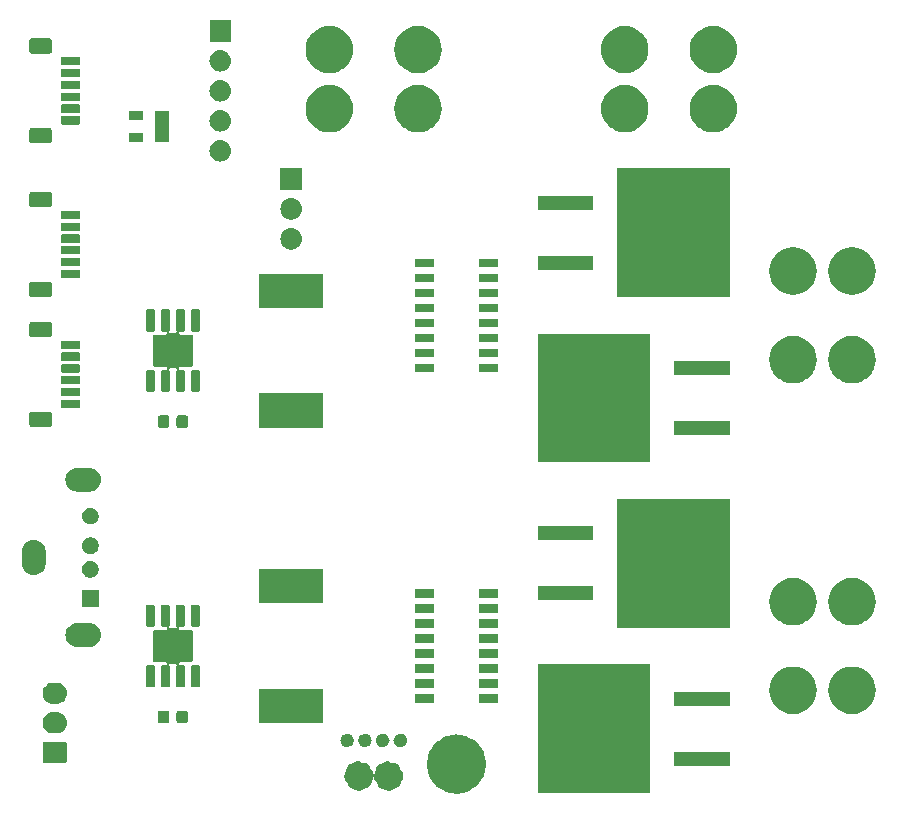
<source format=gbr>
G04 #@! TF.GenerationSoftware,KiCad,Pcbnew,(5.1.2)-1*
G04 #@! TF.CreationDate,2019-12-27T14:53:11-08:00*
G04 #@! TF.ProjectId,design,64657369-676e-42e6-9b69-6361645f7063,rev?*
G04 #@! TF.SameCoordinates,Original*
G04 #@! TF.FileFunction,Soldermask,Top*
G04 #@! TF.FilePolarity,Negative*
%FSLAX46Y46*%
G04 Gerber Fmt 4.6, Leading zero omitted, Abs format (unit mm)*
G04 Created by KiCad (PCBNEW (5.1.2)-1) date 2019-12-27 14:53:11*
%MOMM*%
%LPD*%
G04 APERTURE LIST*
%ADD10C,2.500000*%
%ADD11C,0.700000*%
%ADD12C,1.500000*%
%ADD13C,0.100000*%
G04 APERTURE END LIST*
D10*
X165250000Y-94000000D02*
G75*
G03X165250000Y-94000000I-1250000J0D01*
G01*
D11*
X155000000Y-92000000D02*
G75*
G03X155000000Y-92000000I-250000J0D01*
G01*
X156500000Y-92000000D02*
G75*
G03X156500000Y-92000000I-250000J0D01*
G01*
X158000000Y-92000000D02*
G75*
G03X158000000Y-92000000I-250000J0D01*
G01*
X159500000Y-92000000D02*
G75*
G03X159500000Y-92000000I-250000J0D01*
G01*
D12*
X156250000Y-95000000D02*
G75*
G03X156250000Y-95000000I-500000J0D01*
G01*
X158750000Y-95000000D02*
G75*
G03X158750000Y-95000000I-500000J0D01*
G01*
D13*
G36*
X180376000Y-96451000D02*
G01*
X170874000Y-96451000D01*
X170874000Y-85549000D01*
X180376000Y-85549000D01*
X180376000Y-96451000D01*
X180376000Y-96451000D01*
G37*
G36*
X187126000Y-94141000D02*
G01*
X182424000Y-94141000D01*
X182424000Y-92939000D01*
X187126000Y-92939000D01*
X187126000Y-94141000D01*
X187126000Y-94141000D01*
G37*
G36*
X130883600Y-92102989D02*
G01*
X130916652Y-92113015D01*
X130947103Y-92129292D01*
X130973799Y-92151201D01*
X130995708Y-92177897D01*
X131011985Y-92208348D01*
X131022011Y-92241400D01*
X131026000Y-92281903D01*
X131026000Y-93718097D01*
X131022011Y-93758600D01*
X131011985Y-93791652D01*
X130995708Y-93822103D01*
X130973799Y-93848799D01*
X130947103Y-93870708D01*
X130916652Y-93886985D01*
X130883600Y-93897011D01*
X130843097Y-93901000D01*
X129156903Y-93901000D01*
X129116400Y-93897011D01*
X129083348Y-93886985D01*
X129052897Y-93870708D01*
X129026201Y-93848799D01*
X129004292Y-93822103D01*
X128988015Y-93791652D01*
X128977989Y-93758600D01*
X128974000Y-93718097D01*
X128974000Y-92281903D01*
X128977989Y-92241400D01*
X128988015Y-92208348D01*
X129004292Y-92177897D01*
X129026201Y-92151201D01*
X129052897Y-92129292D01*
X129083348Y-92113015D01*
X129116400Y-92102989D01*
X129156903Y-92099000D01*
X130843097Y-92099000D01*
X130883600Y-92102989D01*
X130883600Y-92102989D01*
G37*
G36*
X130235442Y-89605518D02*
G01*
X130301627Y-89612037D01*
X130471466Y-89663557D01*
X130627991Y-89747222D01*
X130632594Y-89751000D01*
X130765186Y-89859814D01*
X130848448Y-89961271D01*
X130877778Y-89997009D01*
X130961443Y-90153534D01*
X131012963Y-90323373D01*
X131030359Y-90500000D01*
X131012963Y-90676627D01*
X130961443Y-90846466D01*
X130877778Y-91002991D01*
X130848448Y-91038729D01*
X130765186Y-91140186D01*
X130663729Y-91223448D01*
X130627991Y-91252778D01*
X130471466Y-91336443D01*
X130301627Y-91387963D01*
X130235442Y-91394482D01*
X130169260Y-91401000D01*
X129830740Y-91401000D01*
X129764558Y-91394482D01*
X129698373Y-91387963D01*
X129528534Y-91336443D01*
X129372009Y-91252778D01*
X129336271Y-91223448D01*
X129234814Y-91140186D01*
X129151552Y-91038729D01*
X129122222Y-91002991D01*
X129038557Y-90846466D01*
X128987037Y-90676627D01*
X128969641Y-90500000D01*
X128987037Y-90323373D01*
X129038557Y-90153534D01*
X129122222Y-89997009D01*
X129151552Y-89961271D01*
X129234814Y-89859814D01*
X129367406Y-89751000D01*
X129372009Y-89747222D01*
X129528534Y-89663557D01*
X129698373Y-89612037D01*
X129764558Y-89605518D01*
X129830740Y-89599000D01*
X130169260Y-89599000D01*
X130235442Y-89605518D01*
X130235442Y-89605518D01*
G37*
G36*
X141129591Y-89478085D02*
G01*
X141163569Y-89488393D01*
X141194890Y-89505134D01*
X141222339Y-89527661D01*
X141244866Y-89555110D01*
X141261607Y-89586431D01*
X141271915Y-89620409D01*
X141276000Y-89661890D01*
X141276000Y-90338110D01*
X141271915Y-90379591D01*
X141261607Y-90413569D01*
X141244866Y-90444890D01*
X141222339Y-90472339D01*
X141194890Y-90494866D01*
X141163569Y-90511607D01*
X141129591Y-90521915D01*
X141088110Y-90526000D01*
X140486890Y-90526000D01*
X140445409Y-90521915D01*
X140411431Y-90511607D01*
X140380110Y-90494866D01*
X140352661Y-90472339D01*
X140330134Y-90444890D01*
X140313393Y-90413569D01*
X140303085Y-90379591D01*
X140299000Y-90338110D01*
X140299000Y-89661890D01*
X140303085Y-89620409D01*
X140313393Y-89586431D01*
X140330134Y-89555110D01*
X140352661Y-89527661D01*
X140380110Y-89505134D01*
X140411431Y-89488393D01*
X140445409Y-89478085D01*
X140486890Y-89474000D01*
X141088110Y-89474000D01*
X141129591Y-89478085D01*
X141129591Y-89478085D01*
G37*
G36*
X139554591Y-89478085D02*
G01*
X139588569Y-89488393D01*
X139619890Y-89505134D01*
X139647339Y-89527661D01*
X139669866Y-89555110D01*
X139686607Y-89586431D01*
X139696915Y-89620409D01*
X139701000Y-89661890D01*
X139701000Y-90338110D01*
X139696915Y-90379591D01*
X139686607Y-90413569D01*
X139669866Y-90444890D01*
X139647339Y-90472339D01*
X139619890Y-90494866D01*
X139588569Y-90511607D01*
X139554591Y-90521915D01*
X139513110Y-90526000D01*
X138911890Y-90526000D01*
X138870409Y-90521915D01*
X138836431Y-90511607D01*
X138805110Y-90494866D01*
X138777661Y-90472339D01*
X138755134Y-90444890D01*
X138738393Y-90413569D01*
X138728085Y-90379591D01*
X138724000Y-90338110D01*
X138724000Y-89661890D01*
X138728085Y-89620409D01*
X138738393Y-89586431D01*
X138755134Y-89555110D01*
X138777661Y-89527661D01*
X138805110Y-89505134D01*
X138836431Y-89488393D01*
X138870409Y-89478085D01*
X138911890Y-89474000D01*
X139513110Y-89474000D01*
X139554591Y-89478085D01*
X139554591Y-89478085D01*
G37*
G36*
X152701000Y-90501000D02*
G01*
X147299000Y-90501000D01*
X147299000Y-87599000D01*
X152701000Y-87599000D01*
X152701000Y-90501000D01*
X152701000Y-90501000D01*
G37*
G36*
X197892263Y-85777953D02*
G01*
X198269457Y-85892374D01*
X198581399Y-86059111D01*
X198617075Y-86078180D01*
X198696446Y-86143318D01*
X198921767Y-86328233D01*
X199106682Y-86553554D01*
X199171820Y-86632925D01*
X199171821Y-86632927D01*
X199357626Y-86980543D01*
X199472047Y-87357737D01*
X199510681Y-87750000D01*
X199472047Y-88142263D01*
X199357626Y-88519457D01*
X199209810Y-88796000D01*
X199171820Y-88867075D01*
X199143978Y-88901000D01*
X198921767Y-89171767D01*
X198696446Y-89356682D01*
X198617075Y-89421820D01*
X198617073Y-89421821D01*
X198269457Y-89607626D01*
X197892263Y-89722047D01*
X197598296Y-89751000D01*
X197401704Y-89751000D01*
X197107737Y-89722047D01*
X196730543Y-89607626D01*
X196382927Y-89421821D01*
X196382925Y-89421820D01*
X196303554Y-89356682D01*
X196078233Y-89171767D01*
X195856022Y-88901000D01*
X195828180Y-88867075D01*
X195790190Y-88796000D01*
X195642374Y-88519457D01*
X195527953Y-88142263D01*
X195489319Y-87750000D01*
X195527953Y-87357737D01*
X195642374Y-86980543D01*
X195828179Y-86632927D01*
X195828180Y-86632925D01*
X195893318Y-86553554D01*
X196078233Y-86328233D01*
X196303554Y-86143318D01*
X196382925Y-86078180D01*
X196418601Y-86059111D01*
X196730543Y-85892374D01*
X197107737Y-85777953D01*
X197401704Y-85749000D01*
X197598296Y-85749000D01*
X197892263Y-85777953D01*
X197892263Y-85777953D01*
G37*
G36*
X192892263Y-85777953D02*
G01*
X193269457Y-85892374D01*
X193581399Y-86059111D01*
X193617075Y-86078180D01*
X193696446Y-86143318D01*
X193921767Y-86328233D01*
X194106682Y-86553554D01*
X194171820Y-86632925D01*
X194171821Y-86632927D01*
X194357626Y-86980543D01*
X194472047Y-87357737D01*
X194510681Y-87750000D01*
X194472047Y-88142263D01*
X194357626Y-88519457D01*
X194209810Y-88796000D01*
X194171820Y-88867075D01*
X194143978Y-88901000D01*
X193921767Y-89171767D01*
X193696446Y-89356682D01*
X193617075Y-89421820D01*
X193617073Y-89421821D01*
X193269457Y-89607626D01*
X192892263Y-89722047D01*
X192598296Y-89751000D01*
X192401704Y-89751000D01*
X192107737Y-89722047D01*
X191730543Y-89607626D01*
X191382927Y-89421821D01*
X191382925Y-89421820D01*
X191303554Y-89356682D01*
X191078233Y-89171767D01*
X190856022Y-88901000D01*
X190828180Y-88867075D01*
X190790190Y-88796000D01*
X190642374Y-88519457D01*
X190527953Y-88142263D01*
X190489319Y-87750000D01*
X190527953Y-87357737D01*
X190642374Y-86980543D01*
X190828179Y-86632927D01*
X190828180Y-86632925D01*
X190893318Y-86553554D01*
X191078233Y-86328233D01*
X191303554Y-86143318D01*
X191382925Y-86078180D01*
X191418601Y-86059111D01*
X191730543Y-85892374D01*
X192107737Y-85777953D01*
X192401704Y-85749000D01*
X192598296Y-85749000D01*
X192892263Y-85777953D01*
X192892263Y-85777953D01*
G37*
G36*
X187126000Y-89061000D02*
G01*
X182424000Y-89061000D01*
X182424000Y-87859000D01*
X187126000Y-87859000D01*
X187126000Y-89061000D01*
X187126000Y-89061000D01*
G37*
G36*
X130235443Y-87105519D02*
G01*
X130301627Y-87112037D01*
X130471466Y-87163557D01*
X130627991Y-87247222D01*
X130663729Y-87276552D01*
X130765186Y-87359814D01*
X130823613Y-87431009D01*
X130877778Y-87497009D01*
X130961443Y-87653534D01*
X131012963Y-87823373D01*
X131030359Y-88000000D01*
X131012963Y-88176627D01*
X130961443Y-88346466D01*
X130877778Y-88502991D01*
X130848448Y-88538729D01*
X130765186Y-88640186D01*
X130663729Y-88723448D01*
X130627991Y-88752778D01*
X130471466Y-88836443D01*
X130301627Y-88887963D01*
X130235442Y-88894482D01*
X130169260Y-88901000D01*
X129830740Y-88901000D01*
X129764558Y-88894482D01*
X129698373Y-88887963D01*
X129528534Y-88836443D01*
X129372009Y-88752778D01*
X129336271Y-88723448D01*
X129234814Y-88640186D01*
X129151552Y-88538729D01*
X129122222Y-88502991D01*
X129038557Y-88346466D01*
X128987037Y-88176627D01*
X128969641Y-88000000D01*
X128987037Y-87823373D01*
X129038557Y-87653534D01*
X129122222Y-87497009D01*
X129176387Y-87431009D01*
X129234814Y-87359814D01*
X129336271Y-87276552D01*
X129372009Y-87247222D01*
X129528534Y-87163557D01*
X129698373Y-87112037D01*
X129764557Y-87105519D01*
X129830740Y-87099000D01*
X130169260Y-87099000D01*
X130235443Y-87105519D01*
X130235443Y-87105519D01*
G37*
G36*
X162101000Y-88796000D02*
G01*
X160499000Y-88796000D01*
X160499000Y-88094000D01*
X162101000Y-88094000D01*
X162101000Y-88796000D01*
X162101000Y-88796000D01*
G37*
G36*
X167501000Y-88796000D02*
G01*
X165899000Y-88796000D01*
X165899000Y-88094000D01*
X167501000Y-88094000D01*
X167501000Y-88796000D01*
X167501000Y-88796000D01*
G37*
G36*
X162101000Y-87526000D02*
G01*
X160499000Y-87526000D01*
X160499000Y-86824000D01*
X162101000Y-86824000D01*
X162101000Y-87526000D01*
X162101000Y-87526000D01*
G37*
G36*
X167501000Y-87526000D02*
G01*
X165899000Y-87526000D01*
X165899000Y-86824000D01*
X167501000Y-86824000D01*
X167501000Y-87526000D01*
X167501000Y-87526000D01*
G37*
G36*
X138354928Y-85626764D02*
G01*
X138376009Y-85633160D01*
X138395445Y-85643548D01*
X138412476Y-85657524D01*
X138426452Y-85674555D01*
X138436840Y-85693991D01*
X138443236Y-85715072D01*
X138446000Y-85743140D01*
X138446000Y-87381860D01*
X138443236Y-87409928D01*
X138436840Y-87431009D01*
X138426452Y-87450445D01*
X138412476Y-87467476D01*
X138395445Y-87481452D01*
X138376009Y-87491840D01*
X138354928Y-87498236D01*
X138326860Y-87501000D01*
X137863140Y-87501000D01*
X137835072Y-87498236D01*
X137813991Y-87491840D01*
X137794555Y-87481452D01*
X137777524Y-87467476D01*
X137763548Y-87450445D01*
X137753160Y-87431009D01*
X137746764Y-87409928D01*
X137744000Y-87381860D01*
X137744000Y-85743140D01*
X137746764Y-85715072D01*
X137753160Y-85693991D01*
X137763548Y-85674555D01*
X137777524Y-85657524D01*
X137794555Y-85643548D01*
X137813991Y-85633160D01*
X137835072Y-85626764D01*
X137863140Y-85624000D01*
X138326860Y-85624000D01*
X138354928Y-85626764D01*
X138354928Y-85626764D01*
G37*
G36*
X139624928Y-80501764D02*
G01*
X139646009Y-80508160D01*
X139665445Y-80518548D01*
X139682476Y-80532524D01*
X139696452Y-80549555D01*
X139706840Y-80568991D01*
X139713236Y-80590072D01*
X139716000Y-80618140D01*
X139716000Y-82256860D01*
X139713236Y-82284928D01*
X139706841Y-82306008D01*
X139698708Y-82321223D01*
X139689331Y-82343862D01*
X139684550Y-82367895D01*
X139684550Y-82392399D01*
X139689330Y-82416432D01*
X139698707Y-82439071D01*
X139712321Y-82459446D01*
X139729648Y-82476773D01*
X139750022Y-82490387D01*
X139772661Y-82499764D01*
X139796694Y-82504545D01*
X139833331Y-82502746D01*
X139838627Y-82501693D01*
X139852164Y-82499000D01*
X140147836Y-82499000D01*
X140161373Y-82501693D01*
X140166669Y-82502746D01*
X140191055Y-82505147D01*
X140215441Y-82502745D01*
X140238890Y-82495631D01*
X140260501Y-82484080D01*
X140279442Y-82468534D01*
X140294987Y-82449592D01*
X140306538Y-82427981D01*
X140313651Y-82404532D01*
X140316052Y-82380146D01*
X140313650Y-82355760D01*
X140301292Y-82321223D01*
X140293159Y-82306008D01*
X140286764Y-82284928D01*
X140284000Y-82256860D01*
X140284000Y-80618140D01*
X140286764Y-80590072D01*
X140293160Y-80568991D01*
X140303548Y-80549555D01*
X140317524Y-80532524D01*
X140334555Y-80518548D01*
X140353991Y-80508160D01*
X140375072Y-80501764D01*
X140403140Y-80499000D01*
X140866860Y-80499000D01*
X140894928Y-80501764D01*
X140916009Y-80508160D01*
X140935445Y-80518548D01*
X140952476Y-80532524D01*
X140966452Y-80549555D01*
X140976840Y-80568991D01*
X140983236Y-80590072D01*
X140986000Y-80618140D01*
X140986000Y-82256860D01*
X140983236Y-82284928D01*
X140976840Y-82306009D01*
X140966452Y-82325445D01*
X140952476Y-82342476D01*
X140935445Y-82356452D01*
X140916009Y-82366840D01*
X140894928Y-82373236D01*
X140866860Y-82376000D01*
X140630033Y-82376000D01*
X140605647Y-82378402D01*
X140582198Y-82385515D01*
X140560587Y-82397066D01*
X140541645Y-82412611D01*
X140526100Y-82431553D01*
X140514549Y-82453164D01*
X140507436Y-82476613D01*
X140505034Y-82500999D01*
X140507436Y-82525385D01*
X140514549Y-82548834D01*
X140526100Y-82570445D01*
X140541645Y-82589387D01*
X140560587Y-82604932D01*
X140582198Y-82616483D01*
X140628073Y-82635485D01*
X140651522Y-82642598D01*
X140675908Y-82645000D01*
X141545797Y-82645000D01*
X141580706Y-82648438D01*
X141608365Y-82656829D01*
X141633862Y-82670457D01*
X141656206Y-82688794D01*
X141674543Y-82711138D01*
X141688171Y-82736635D01*
X141696562Y-82764294D01*
X141700000Y-82799203D01*
X141700000Y-85200797D01*
X141696562Y-85235706D01*
X141688171Y-85263365D01*
X141674543Y-85288862D01*
X141656206Y-85311206D01*
X141633862Y-85329543D01*
X141608365Y-85343171D01*
X141580706Y-85351562D01*
X141545797Y-85355000D01*
X140675908Y-85355000D01*
X140651522Y-85357402D01*
X140628073Y-85364515D01*
X140582198Y-85383517D01*
X140560587Y-85395068D01*
X140541645Y-85410613D01*
X140526100Y-85429555D01*
X140514549Y-85451166D01*
X140507436Y-85474615D01*
X140505034Y-85499001D01*
X140507436Y-85523387D01*
X140514549Y-85546836D01*
X140526100Y-85568447D01*
X140541645Y-85587389D01*
X140560587Y-85602934D01*
X140582198Y-85614485D01*
X140605647Y-85621598D01*
X140630033Y-85624000D01*
X140866860Y-85624000D01*
X140894928Y-85626764D01*
X140916009Y-85633160D01*
X140935445Y-85643548D01*
X140952476Y-85657524D01*
X140966452Y-85674555D01*
X140976840Y-85693991D01*
X140983236Y-85715072D01*
X140986000Y-85743140D01*
X140986000Y-87381860D01*
X140983236Y-87409928D01*
X140976840Y-87431009D01*
X140966452Y-87450445D01*
X140952476Y-87467476D01*
X140935445Y-87481452D01*
X140916009Y-87491840D01*
X140894928Y-87498236D01*
X140866860Y-87501000D01*
X140403140Y-87501000D01*
X140375072Y-87498236D01*
X140353991Y-87491840D01*
X140334555Y-87481452D01*
X140317524Y-87467476D01*
X140303548Y-87450445D01*
X140293160Y-87431009D01*
X140286764Y-87409928D01*
X140284000Y-87381860D01*
X140284000Y-85743140D01*
X140286764Y-85715072D01*
X140293159Y-85693992D01*
X140301292Y-85678777D01*
X140310669Y-85656138D01*
X140315450Y-85632105D01*
X140315450Y-85607601D01*
X140310670Y-85583568D01*
X140301293Y-85560929D01*
X140287679Y-85540554D01*
X140270352Y-85523227D01*
X140249978Y-85509613D01*
X140227339Y-85500236D01*
X140203306Y-85495455D01*
X140166668Y-85497254D01*
X140147836Y-85501000D01*
X139852164Y-85501000D01*
X139833332Y-85497254D01*
X139808945Y-85494853D01*
X139784559Y-85497255D01*
X139761110Y-85504369D01*
X139739499Y-85515920D01*
X139720558Y-85531466D01*
X139705013Y-85550408D01*
X139693462Y-85572019D01*
X139686349Y-85595468D01*
X139683948Y-85619854D01*
X139686350Y-85644240D01*
X139698708Y-85678777D01*
X139706841Y-85693992D01*
X139713236Y-85715072D01*
X139716000Y-85743140D01*
X139716000Y-87381860D01*
X139713236Y-87409928D01*
X139706840Y-87431009D01*
X139696452Y-87450445D01*
X139682476Y-87467476D01*
X139665445Y-87481452D01*
X139646009Y-87491840D01*
X139624928Y-87498236D01*
X139596860Y-87501000D01*
X139133140Y-87501000D01*
X139105072Y-87498236D01*
X139083991Y-87491840D01*
X139064555Y-87481452D01*
X139047524Y-87467476D01*
X139033548Y-87450445D01*
X139023160Y-87431009D01*
X139016764Y-87409928D01*
X139014000Y-87381860D01*
X139014000Y-85743140D01*
X139016764Y-85715072D01*
X139023160Y-85693991D01*
X139033548Y-85674555D01*
X139047524Y-85657524D01*
X139064555Y-85643548D01*
X139083991Y-85633160D01*
X139105072Y-85626764D01*
X139133140Y-85624000D01*
X139369967Y-85624000D01*
X139394353Y-85621598D01*
X139417802Y-85614485D01*
X139439413Y-85602934D01*
X139458355Y-85587389D01*
X139473900Y-85568447D01*
X139485451Y-85546836D01*
X139492564Y-85523387D01*
X139494966Y-85499001D01*
X139492564Y-85474615D01*
X139485451Y-85451166D01*
X139473900Y-85429555D01*
X139458355Y-85410613D01*
X139439413Y-85395068D01*
X139417802Y-85383517D01*
X139371927Y-85364515D01*
X139348478Y-85357402D01*
X139324092Y-85355000D01*
X138454203Y-85355000D01*
X138419294Y-85351562D01*
X138391635Y-85343171D01*
X138366138Y-85329543D01*
X138343794Y-85311206D01*
X138325457Y-85288862D01*
X138311829Y-85263365D01*
X138303438Y-85235706D01*
X138300000Y-85200797D01*
X138300000Y-82799203D01*
X138303438Y-82764294D01*
X138311829Y-82736635D01*
X138325457Y-82711138D01*
X138343794Y-82688794D01*
X138366138Y-82670457D01*
X138391635Y-82656829D01*
X138419294Y-82648438D01*
X138454203Y-82645000D01*
X139324092Y-82645000D01*
X139348478Y-82642598D01*
X139371927Y-82635485D01*
X139417802Y-82616483D01*
X139439413Y-82604932D01*
X139458355Y-82589387D01*
X139473900Y-82570445D01*
X139485451Y-82548834D01*
X139492564Y-82525385D01*
X139494966Y-82500999D01*
X139492564Y-82476613D01*
X139485451Y-82453164D01*
X139473900Y-82431553D01*
X139458355Y-82412611D01*
X139439413Y-82397066D01*
X139417802Y-82385515D01*
X139394353Y-82378402D01*
X139369967Y-82376000D01*
X139133140Y-82376000D01*
X139105072Y-82373236D01*
X139083991Y-82366840D01*
X139064555Y-82356452D01*
X139047524Y-82342476D01*
X139033548Y-82325445D01*
X139023160Y-82306009D01*
X139016764Y-82284928D01*
X139014000Y-82256860D01*
X139014000Y-80618140D01*
X139016764Y-80590072D01*
X139023160Y-80568991D01*
X139033548Y-80549555D01*
X139047524Y-80532524D01*
X139064555Y-80518548D01*
X139083991Y-80508160D01*
X139105072Y-80501764D01*
X139133140Y-80499000D01*
X139596860Y-80499000D01*
X139624928Y-80501764D01*
X139624928Y-80501764D01*
G37*
G36*
X142164928Y-85626764D02*
G01*
X142186009Y-85633160D01*
X142205445Y-85643548D01*
X142222476Y-85657524D01*
X142236452Y-85674555D01*
X142246840Y-85693991D01*
X142253236Y-85715072D01*
X142256000Y-85743140D01*
X142256000Y-87381860D01*
X142253236Y-87409928D01*
X142246840Y-87431009D01*
X142236452Y-87450445D01*
X142222476Y-87467476D01*
X142205445Y-87481452D01*
X142186009Y-87491840D01*
X142164928Y-87498236D01*
X142136860Y-87501000D01*
X141673140Y-87501000D01*
X141645072Y-87498236D01*
X141623991Y-87491840D01*
X141604555Y-87481452D01*
X141587524Y-87467476D01*
X141573548Y-87450445D01*
X141563160Y-87431009D01*
X141556764Y-87409928D01*
X141554000Y-87381860D01*
X141554000Y-85743140D01*
X141556764Y-85715072D01*
X141563160Y-85693991D01*
X141573548Y-85674555D01*
X141587524Y-85657524D01*
X141604555Y-85643548D01*
X141623991Y-85633160D01*
X141645072Y-85626764D01*
X141673140Y-85624000D01*
X142136860Y-85624000D01*
X142164928Y-85626764D01*
X142164928Y-85626764D01*
G37*
G36*
X162101000Y-86256000D02*
G01*
X160499000Y-86256000D01*
X160499000Y-85554000D01*
X162101000Y-85554000D01*
X162101000Y-86256000D01*
X162101000Y-86256000D01*
G37*
G36*
X167501000Y-86256000D02*
G01*
X165899000Y-86256000D01*
X165899000Y-85554000D01*
X167501000Y-85554000D01*
X167501000Y-86256000D01*
X167501000Y-86256000D01*
G37*
G36*
X167501000Y-84986000D02*
G01*
X165899000Y-84986000D01*
X165899000Y-84284000D01*
X167501000Y-84284000D01*
X167501000Y-84986000D01*
X167501000Y-84986000D01*
G37*
G36*
X162101000Y-84986000D02*
G01*
X160499000Y-84986000D01*
X160499000Y-84284000D01*
X162101000Y-84284000D01*
X162101000Y-84986000D01*
X162101000Y-84986000D01*
G37*
G36*
X133096228Y-82083483D02*
G01*
X133284922Y-82140723D01*
X133458815Y-82233671D01*
X133611239Y-82358761D01*
X133736329Y-82511185D01*
X133829277Y-82685078D01*
X133886517Y-82873772D01*
X133905843Y-83070000D01*
X133886517Y-83266228D01*
X133829277Y-83454922D01*
X133736329Y-83628815D01*
X133611239Y-83781239D01*
X133458815Y-83906329D01*
X133284922Y-83999277D01*
X133096228Y-84056517D01*
X132949175Y-84071000D01*
X131850825Y-84071000D01*
X131703772Y-84056517D01*
X131515078Y-83999277D01*
X131341185Y-83906329D01*
X131188761Y-83781239D01*
X131063671Y-83628815D01*
X130970723Y-83454922D01*
X130913483Y-83266228D01*
X130894157Y-83070000D01*
X130913483Y-82873772D01*
X130970723Y-82685078D01*
X131063671Y-82511185D01*
X131188761Y-82358761D01*
X131341185Y-82233671D01*
X131515078Y-82140723D01*
X131703772Y-82083483D01*
X131850825Y-82069000D01*
X132949175Y-82069000D01*
X133096228Y-82083483D01*
X133096228Y-82083483D01*
G37*
G36*
X162101000Y-83716000D02*
G01*
X160499000Y-83716000D01*
X160499000Y-83014000D01*
X162101000Y-83014000D01*
X162101000Y-83716000D01*
X162101000Y-83716000D01*
G37*
G36*
X167501000Y-83716000D02*
G01*
X165899000Y-83716000D01*
X165899000Y-83014000D01*
X167501000Y-83014000D01*
X167501000Y-83716000D01*
X167501000Y-83716000D01*
G37*
G36*
X187126000Y-82451000D02*
G01*
X177624000Y-82451000D01*
X177624000Y-71549000D01*
X187126000Y-71549000D01*
X187126000Y-82451000D01*
X187126000Y-82451000D01*
G37*
G36*
X162101000Y-82446000D02*
G01*
X160499000Y-82446000D01*
X160499000Y-81744000D01*
X162101000Y-81744000D01*
X162101000Y-82446000D01*
X162101000Y-82446000D01*
G37*
G36*
X167501000Y-82446000D02*
G01*
X165899000Y-82446000D01*
X165899000Y-81744000D01*
X167501000Y-81744000D01*
X167501000Y-82446000D01*
X167501000Y-82446000D01*
G37*
G36*
X142164928Y-80501764D02*
G01*
X142186009Y-80508160D01*
X142205445Y-80518548D01*
X142222476Y-80532524D01*
X142236452Y-80549555D01*
X142246840Y-80568991D01*
X142253236Y-80590072D01*
X142256000Y-80618140D01*
X142256000Y-82256860D01*
X142253236Y-82284928D01*
X142246840Y-82306009D01*
X142236452Y-82325445D01*
X142222476Y-82342476D01*
X142205445Y-82356452D01*
X142186009Y-82366840D01*
X142164928Y-82373236D01*
X142136860Y-82376000D01*
X141673140Y-82376000D01*
X141645072Y-82373236D01*
X141623991Y-82366840D01*
X141604555Y-82356452D01*
X141587524Y-82342476D01*
X141573548Y-82325445D01*
X141563160Y-82306009D01*
X141556764Y-82284928D01*
X141554000Y-82256860D01*
X141554000Y-80618140D01*
X141556764Y-80590072D01*
X141563160Y-80568991D01*
X141573548Y-80549555D01*
X141587524Y-80532524D01*
X141604555Y-80518548D01*
X141623991Y-80508160D01*
X141645072Y-80501764D01*
X141673140Y-80499000D01*
X142136860Y-80499000D01*
X142164928Y-80501764D01*
X142164928Y-80501764D01*
G37*
G36*
X138354928Y-80501764D02*
G01*
X138376009Y-80508160D01*
X138395445Y-80518548D01*
X138412476Y-80532524D01*
X138426452Y-80549555D01*
X138436840Y-80568991D01*
X138443236Y-80590072D01*
X138446000Y-80618140D01*
X138446000Y-82256860D01*
X138443236Y-82284928D01*
X138436840Y-82306009D01*
X138426452Y-82325445D01*
X138412476Y-82342476D01*
X138395445Y-82356452D01*
X138376009Y-82366840D01*
X138354928Y-82373236D01*
X138326860Y-82376000D01*
X137863140Y-82376000D01*
X137835072Y-82373236D01*
X137813991Y-82366840D01*
X137794555Y-82356452D01*
X137777524Y-82342476D01*
X137763548Y-82325445D01*
X137753160Y-82306009D01*
X137746764Y-82284928D01*
X137744000Y-82256860D01*
X137744000Y-80618140D01*
X137746764Y-80590072D01*
X137753160Y-80568991D01*
X137763548Y-80549555D01*
X137777524Y-80532524D01*
X137794555Y-80518548D01*
X137813991Y-80508160D01*
X137835072Y-80501764D01*
X137863140Y-80499000D01*
X138326860Y-80499000D01*
X138354928Y-80501764D01*
X138354928Y-80501764D01*
G37*
G36*
X197892263Y-78277953D02*
G01*
X198269457Y-78392374D01*
X198581399Y-78559111D01*
X198617075Y-78578180D01*
X198696446Y-78643318D01*
X198921767Y-78828233D01*
X199012670Y-78939000D01*
X199171820Y-79132925D01*
X199171821Y-79132927D01*
X199357626Y-79480543D01*
X199472047Y-79857737D01*
X199510681Y-80250000D01*
X199472047Y-80642263D01*
X199357626Y-81019457D01*
X199273952Y-81176000D01*
X199171820Y-81367075D01*
X199106682Y-81446446D01*
X198921767Y-81671767D01*
X198696446Y-81856682D01*
X198617075Y-81921820D01*
X198617073Y-81921821D01*
X198269457Y-82107626D01*
X197892263Y-82222047D01*
X197598296Y-82251000D01*
X197401704Y-82251000D01*
X197107737Y-82222047D01*
X196730543Y-82107626D01*
X196382927Y-81921821D01*
X196382925Y-81921820D01*
X196303554Y-81856682D01*
X196078233Y-81671767D01*
X195893318Y-81446446D01*
X195828180Y-81367075D01*
X195726048Y-81176000D01*
X195642374Y-81019457D01*
X195527953Y-80642263D01*
X195489319Y-80250000D01*
X195527953Y-79857737D01*
X195642374Y-79480543D01*
X195828179Y-79132927D01*
X195828180Y-79132925D01*
X195987330Y-78939000D01*
X196078233Y-78828233D01*
X196303554Y-78643318D01*
X196382925Y-78578180D01*
X196418601Y-78559111D01*
X196730543Y-78392374D01*
X197107737Y-78277953D01*
X197401704Y-78249000D01*
X197598296Y-78249000D01*
X197892263Y-78277953D01*
X197892263Y-78277953D01*
G37*
G36*
X192892263Y-78277953D02*
G01*
X193269457Y-78392374D01*
X193581399Y-78559111D01*
X193617075Y-78578180D01*
X193696446Y-78643318D01*
X193921767Y-78828233D01*
X194012670Y-78939000D01*
X194171820Y-79132925D01*
X194171821Y-79132927D01*
X194357626Y-79480543D01*
X194472047Y-79857737D01*
X194510681Y-80250000D01*
X194472047Y-80642263D01*
X194357626Y-81019457D01*
X194273952Y-81176000D01*
X194171820Y-81367075D01*
X194106682Y-81446446D01*
X193921767Y-81671767D01*
X193696446Y-81856682D01*
X193617075Y-81921820D01*
X193617073Y-81921821D01*
X193269457Y-82107626D01*
X192892263Y-82222047D01*
X192598296Y-82251000D01*
X192401704Y-82251000D01*
X192107737Y-82222047D01*
X191730543Y-82107626D01*
X191382927Y-81921821D01*
X191382925Y-81921820D01*
X191303554Y-81856682D01*
X191078233Y-81671767D01*
X190893318Y-81446446D01*
X190828180Y-81367075D01*
X190726048Y-81176000D01*
X190642374Y-81019457D01*
X190527953Y-80642263D01*
X190489319Y-80250000D01*
X190527953Y-79857737D01*
X190642374Y-79480543D01*
X190828179Y-79132927D01*
X190828180Y-79132925D01*
X190987330Y-78939000D01*
X191078233Y-78828233D01*
X191303554Y-78643318D01*
X191382925Y-78578180D01*
X191418601Y-78559111D01*
X191730543Y-78392374D01*
X192107737Y-78277953D01*
X192401704Y-78249000D01*
X192598296Y-78249000D01*
X192892263Y-78277953D01*
X192892263Y-78277953D01*
G37*
G36*
X167501000Y-81176000D02*
G01*
X165899000Y-81176000D01*
X165899000Y-80474000D01*
X167501000Y-80474000D01*
X167501000Y-81176000D01*
X167501000Y-81176000D01*
G37*
G36*
X162101000Y-81176000D02*
G01*
X160499000Y-81176000D01*
X160499000Y-80474000D01*
X162101000Y-80474000D01*
X162101000Y-81176000D01*
X162101000Y-81176000D01*
G37*
G36*
X133701000Y-80701000D02*
G01*
X132299000Y-80701000D01*
X132299000Y-79299000D01*
X133701000Y-79299000D01*
X133701000Y-80701000D01*
X133701000Y-80701000D01*
G37*
G36*
X152701000Y-80401000D02*
G01*
X147299000Y-80401000D01*
X147299000Y-77499000D01*
X152701000Y-77499000D01*
X152701000Y-80401000D01*
X152701000Y-80401000D01*
G37*
G36*
X175576000Y-80141000D02*
G01*
X170874000Y-80141000D01*
X170874000Y-78939000D01*
X175576000Y-78939000D01*
X175576000Y-80141000D01*
X175576000Y-80141000D01*
G37*
G36*
X167501000Y-79906000D02*
G01*
X165899000Y-79906000D01*
X165899000Y-79204000D01*
X167501000Y-79204000D01*
X167501000Y-79906000D01*
X167501000Y-79906000D01*
G37*
G36*
X162101000Y-79906000D02*
G01*
X160499000Y-79906000D01*
X160499000Y-79204000D01*
X162101000Y-79204000D01*
X162101000Y-79906000D01*
X162101000Y-79906000D01*
G37*
G36*
X133204473Y-76825938D02*
G01*
X133332049Y-76878782D01*
X133446859Y-76955495D01*
X133544505Y-77053141D01*
X133621218Y-77167951D01*
X133674062Y-77295527D01*
X133701000Y-77430956D01*
X133701000Y-77569044D01*
X133674062Y-77704473D01*
X133621218Y-77832049D01*
X133544505Y-77946859D01*
X133446859Y-78044505D01*
X133332049Y-78121218D01*
X133204473Y-78174062D01*
X133069044Y-78201000D01*
X132930956Y-78201000D01*
X132795527Y-78174062D01*
X132667951Y-78121218D01*
X132553141Y-78044505D01*
X132455495Y-77946859D01*
X132378782Y-77832049D01*
X132325938Y-77704473D01*
X132299000Y-77569044D01*
X132299000Y-77430956D01*
X132325938Y-77295527D01*
X132378782Y-77167951D01*
X132455495Y-77053141D01*
X132553141Y-76955495D01*
X132667951Y-76878782D01*
X132795527Y-76825938D01*
X132930956Y-76799000D01*
X133069044Y-76799000D01*
X133204473Y-76825938D01*
X133204473Y-76825938D01*
G37*
G36*
X128416228Y-75013483D02*
G01*
X128604922Y-75070723D01*
X128778815Y-75163671D01*
X128931239Y-75288761D01*
X129056329Y-75441185D01*
X129149277Y-75615078D01*
X129206517Y-75803772D01*
X129221000Y-75950825D01*
X129221000Y-77049175D01*
X129206517Y-77196228D01*
X129149277Y-77384922D01*
X129056329Y-77558815D01*
X128931239Y-77711239D01*
X128778815Y-77836329D01*
X128604921Y-77929277D01*
X128416227Y-77986517D01*
X128220000Y-78005843D01*
X128023772Y-77986517D01*
X127835078Y-77929277D01*
X127661185Y-77836329D01*
X127508761Y-77711239D01*
X127383671Y-77558815D01*
X127290723Y-77384921D01*
X127233483Y-77196227D01*
X127219000Y-77049174D01*
X127219000Y-75950825D01*
X127233483Y-75803769D01*
X127290722Y-75615081D01*
X127383672Y-75441185D01*
X127508762Y-75288761D01*
X127661186Y-75163671D01*
X127835079Y-75070723D01*
X128023773Y-75013483D01*
X128220000Y-74994157D01*
X128416228Y-75013483D01*
X128416228Y-75013483D01*
G37*
G36*
X133204473Y-74825938D02*
G01*
X133332049Y-74878782D01*
X133446859Y-74955495D01*
X133544505Y-75053141D01*
X133621218Y-75167951D01*
X133674062Y-75295527D01*
X133701000Y-75430956D01*
X133701000Y-75569044D01*
X133674062Y-75704473D01*
X133621218Y-75832049D01*
X133544505Y-75946859D01*
X133446859Y-76044505D01*
X133332049Y-76121218D01*
X133204473Y-76174062D01*
X133069044Y-76201000D01*
X132930956Y-76201000D01*
X132795527Y-76174062D01*
X132667951Y-76121218D01*
X132553141Y-76044505D01*
X132455495Y-75946859D01*
X132378782Y-75832049D01*
X132325938Y-75704473D01*
X132299000Y-75569044D01*
X132299000Y-75430956D01*
X132325938Y-75295527D01*
X132378782Y-75167951D01*
X132455495Y-75053141D01*
X132553141Y-74955495D01*
X132667951Y-74878782D01*
X132795527Y-74825938D01*
X132930956Y-74799000D01*
X133069044Y-74799000D01*
X133204473Y-74825938D01*
X133204473Y-74825938D01*
G37*
G36*
X175576000Y-75061000D02*
G01*
X170874000Y-75061000D01*
X170874000Y-73859000D01*
X175576000Y-73859000D01*
X175576000Y-75061000D01*
X175576000Y-75061000D01*
G37*
G36*
X133204473Y-72325938D02*
G01*
X133332049Y-72378782D01*
X133446859Y-72455495D01*
X133544505Y-72553141D01*
X133621218Y-72667951D01*
X133674062Y-72795527D01*
X133701000Y-72930956D01*
X133701000Y-73069044D01*
X133674062Y-73204473D01*
X133621218Y-73332049D01*
X133544505Y-73446859D01*
X133446859Y-73544505D01*
X133332049Y-73621218D01*
X133204473Y-73674062D01*
X133069044Y-73701000D01*
X132930956Y-73701000D01*
X132795527Y-73674062D01*
X132667951Y-73621218D01*
X132553141Y-73544505D01*
X132455495Y-73446859D01*
X132378782Y-73332049D01*
X132325938Y-73204473D01*
X132299000Y-73069044D01*
X132299000Y-72930956D01*
X132325938Y-72795527D01*
X132378782Y-72667951D01*
X132455495Y-72553141D01*
X132553141Y-72455495D01*
X132667951Y-72378782D01*
X132795527Y-72325938D01*
X132930956Y-72299000D01*
X133069044Y-72299000D01*
X133204473Y-72325938D01*
X133204473Y-72325938D01*
G37*
G36*
X133096228Y-68943483D02*
G01*
X133284922Y-69000723D01*
X133458815Y-69093671D01*
X133611239Y-69218761D01*
X133736329Y-69371185D01*
X133829277Y-69545078D01*
X133886517Y-69733772D01*
X133905843Y-69930000D01*
X133886517Y-70126228D01*
X133829277Y-70314922D01*
X133736329Y-70488815D01*
X133611239Y-70641239D01*
X133458815Y-70766329D01*
X133284922Y-70859277D01*
X133096228Y-70916517D01*
X132949175Y-70931000D01*
X131850825Y-70931000D01*
X131703772Y-70916517D01*
X131515078Y-70859277D01*
X131341185Y-70766329D01*
X131188761Y-70641239D01*
X131063671Y-70488815D01*
X130970723Y-70314922D01*
X130913483Y-70126228D01*
X130894157Y-69930000D01*
X130913483Y-69733772D01*
X130970723Y-69545078D01*
X131063671Y-69371185D01*
X131188761Y-69218761D01*
X131341185Y-69093671D01*
X131515078Y-69000723D01*
X131703772Y-68943483D01*
X131850825Y-68929000D01*
X132949175Y-68929000D01*
X133096228Y-68943483D01*
X133096228Y-68943483D01*
G37*
G36*
X180376000Y-68451000D02*
G01*
X170874000Y-68451000D01*
X170874000Y-57549000D01*
X180376000Y-57549000D01*
X180376000Y-68451000D01*
X180376000Y-68451000D01*
G37*
G36*
X187126000Y-66141000D02*
G01*
X182424000Y-66141000D01*
X182424000Y-64939000D01*
X187126000Y-64939000D01*
X187126000Y-66141000D01*
X187126000Y-66141000D01*
G37*
G36*
X139554591Y-64478085D02*
G01*
X139588569Y-64488393D01*
X139619890Y-64505134D01*
X139647339Y-64527661D01*
X139669866Y-64555110D01*
X139686607Y-64586431D01*
X139696915Y-64620409D01*
X139701000Y-64661890D01*
X139701000Y-65338110D01*
X139696915Y-65379591D01*
X139686607Y-65413569D01*
X139669866Y-65444890D01*
X139647339Y-65472339D01*
X139619890Y-65494866D01*
X139588569Y-65511607D01*
X139554591Y-65521915D01*
X139513110Y-65526000D01*
X138911890Y-65526000D01*
X138870409Y-65521915D01*
X138836431Y-65511607D01*
X138805110Y-65494866D01*
X138777661Y-65472339D01*
X138755134Y-65444890D01*
X138738393Y-65413569D01*
X138728085Y-65379591D01*
X138724000Y-65338110D01*
X138724000Y-64661890D01*
X138728085Y-64620409D01*
X138738393Y-64586431D01*
X138755134Y-64555110D01*
X138777661Y-64527661D01*
X138805110Y-64505134D01*
X138836431Y-64488393D01*
X138870409Y-64478085D01*
X138911890Y-64474000D01*
X139513110Y-64474000D01*
X139554591Y-64478085D01*
X139554591Y-64478085D01*
G37*
G36*
X141129591Y-64478085D02*
G01*
X141163569Y-64488393D01*
X141194890Y-64505134D01*
X141222339Y-64527661D01*
X141244866Y-64555110D01*
X141261607Y-64586431D01*
X141271915Y-64620409D01*
X141276000Y-64661890D01*
X141276000Y-65338110D01*
X141271915Y-65379591D01*
X141261607Y-65413569D01*
X141244866Y-65444890D01*
X141222339Y-65472339D01*
X141194890Y-65494866D01*
X141163569Y-65511607D01*
X141129591Y-65521915D01*
X141088110Y-65526000D01*
X140486890Y-65526000D01*
X140445409Y-65521915D01*
X140411431Y-65511607D01*
X140380110Y-65494866D01*
X140352661Y-65472339D01*
X140330134Y-65444890D01*
X140313393Y-65413569D01*
X140303085Y-65379591D01*
X140299000Y-65338110D01*
X140299000Y-64661890D01*
X140303085Y-64620409D01*
X140313393Y-64586431D01*
X140330134Y-64555110D01*
X140352661Y-64527661D01*
X140380110Y-64505134D01*
X140411431Y-64488393D01*
X140445409Y-64478085D01*
X140486890Y-64474000D01*
X141088110Y-64474000D01*
X141129591Y-64478085D01*
X141129591Y-64478085D01*
G37*
G36*
X152701000Y-65501000D02*
G01*
X147299000Y-65501000D01*
X147299000Y-62599000D01*
X152701000Y-62599000D01*
X152701000Y-65501000D01*
X152701000Y-65501000D01*
G37*
G36*
X129591242Y-64153404D02*
G01*
X129628337Y-64164657D01*
X129662515Y-64182925D01*
X129692481Y-64207519D01*
X129717075Y-64237485D01*
X129735343Y-64271663D01*
X129746596Y-64308758D01*
X129751000Y-64353474D01*
X129751000Y-65246526D01*
X129746596Y-65291242D01*
X129735343Y-65328337D01*
X129717075Y-65362515D01*
X129692481Y-65392481D01*
X129662515Y-65417075D01*
X129628337Y-65435343D01*
X129591242Y-65446596D01*
X129546526Y-65451000D01*
X128053474Y-65451000D01*
X128008758Y-65446596D01*
X127971663Y-65435343D01*
X127937485Y-65417075D01*
X127907519Y-65392481D01*
X127882925Y-65362515D01*
X127864657Y-65328337D01*
X127853404Y-65291242D01*
X127849000Y-65246526D01*
X127849000Y-64353474D01*
X127853404Y-64308758D01*
X127864657Y-64271663D01*
X127882925Y-64237485D01*
X127907519Y-64207519D01*
X127937485Y-64182925D01*
X127971663Y-64164657D01*
X128008758Y-64153404D01*
X128053474Y-64149000D01*
X129546526Y-64149000D01*
X129591242Y-64153404D01*
X129591242Y-64153404D01*
G37*
G36*
X132059928Y-63151764D02*
G01*
X132081009Y-63158160D01*
X132100445Y-63168548D01*
X132117476Y-63182524D01*
X132131452Y-63199555D01*
X132141840Y-63218991D01*
X132148236Y-63240072D01*
X132151000Y-63268140D01*
X132151000Y-63731860D01*
X132148236Y-63759928D01*
X132141840Y-63781009D01*
X132131452Y-63800445D01*
X132117476Y-63817476D01*
X132100445Y-63831452D01*
X132081009Y-63841840D01*
X132059928Y-63848236D01*
X132031860Y-63851000D01*
X130618140Y-63851000D01*
X130590072Y-63848236D01*
X130568991Y-63841840D01*
X130549555Y-63831452D01*
X130532524Y-63817476D01*
X130518548Y-63800445D01*
X130508160Y-63781009D01*
X130501764Y-63759928D01*
X130499000Y-63731860D01*
X130499000Y-63268140D01*
X130501764Y-63240072D01*
X130508160Y-63218991D01*
X130518548Y-63199555D01*
X130532524Y-63182524D01*
X130549555Y-63168548D01*
X130568991Y-63158160D01*
X130590072Y-63151764D01*
X130618140Y-63149000D01*
X132031860Y-63149000D01*
X132059928Y-63151764D01*
X132059928Y-63151764D01*
G37*
G36*
X132059928Y-62151764D02*
G01*
X132081009Y-62158160D01*
X132100445Y-62168548D01*
X132117476Y-62182524D01*
X132131452Y-62199555D01*
X132141840Y-62218991D01*
X132148236Y-62240072D01*
X132151000Y-62268140D01*
X132151000Y-62731860D01*
X132148236Y-62759928D01*
X132141840Y-62781009D01*
X132131452Y-62800445D01*
X132117476Y-62817476D01*
X132100445Y-62831452D01*
X132081009Y-62841840D01*
X132059928Y-62848236D01*
X132031860Y-62851000D01*
X130618140Y-62851000D01*
X130590072Y-62848236D01*
X130568991Y-62841840D01*
X130549555Y-62831452D01*
X130532524Y-62817476D01*
X130518548Y-62800445D01*
X130508160Y-62781009D01*
X130501764Y-62759928D01*
X130499000Y-62731860D01*
X130499000Y-62268140D01*
X130501764Y-62240072D01*
X130508160Y-62218991D01*
X130518548Y-62199555D01*
X130532524Y-62182524D01*
X130549555Y-62168548D01*
X130568991Y-62158160D01*
X130590072Y-62151764D01*
X130618140Y-62149000D01*
X132031860Y-62149000D01*
X132059928Y-62151764D01*
X132059928Y-62151764D01*
G37*
G36*
X139624928Y-55501764D02*
G01*
X139646009Y-55508160D01*
X139665445Y-55518548D01*
X139682476Y-55532524D01*
X139696452Y-55549555D01*
X139706840Y-55568991D01*
X139713236Y-55590072D01*
X139716000Y-55618140D01*
X139716000Y-57256860D01*
X139713236Y-57284928D01*
X139706841Y-57306008D01*
X139698708Y-57321223D01*
X139689331Y-57343862D01*
X139684550Y-57367895D01*
X139684550Y-57392399D01*
X139689330Y-57416432D01*
X139698707Y-57439071D01*
X139712321Y-57459446D01*
X139729648Y-57476773D01*
X139750022Y-57490387D01*
X139772661Y-57499764D01*
X139796694Y-57504545D01*
X139833331Y-57502746D01*
X139838627Y-57501693D01*
X139852164Y-57499000D01*
X140147836Y-57499000D01*
X140161373Y-57501693D01*
X140166669Y-57502746D01*
X140191055Y-57505147D01*
X140215441Y-57502745D01*
X140238890Y-57495631D01*
X140260501Y-57484080D01*
X140279442Y-57468534D01*
X140294987Y-57449592D01*
X140306538Y-57427981D01*
X140313651Y-57404532D01*
X140316052Y-57380146D01*
X140313650Y-57355760D01*
X140301292Y-57321223D01*
X140293159Y-57306008D01*
X140286764Y-57284928D01*
X140284000Y-57256860D01*
X140284000Y-55618140D01*
X140286764Y-55590072D01*
X140293160Y-55568991D01*
X140303548Y-55549555D01*
X140317524Y-55532524D01*
X140334555Y-55518548D01*
X140353991Y-55508160D01*
X140375072Y-55501764D01*
X140403140Y-55499000D01*
X140866860Y-55499000D01*
X140894928Y-55501764D01*
X140916009Y-55508160D01*
X140935445Y-55518548D01*
X140952476Y-55532524D01*
X140966452Y-55549555D01*
X140976840Y-55568991D01*
X140983236Y-55590072D01*
X140986000Y-55618140D01*
X140986000Y-57256860D01*
X140983236Y-57284928D01*
X140976840Y-57306009D01*
X140966452Y-57325445D01*
X140952476Y-57342476D01*
X140935445Y-57356452D01*
X140916009Y-57366840D01*
X140894928Y-57373236D01*
X140866860Y-57376000D01*
X140630033Y-57376000D01*
X140605647Y-57378402D01*
X140582198Y-57385515D01*
X140560587Y-57397066D01*
X140541645Y-57412611D01*
X140526100Y-57431553D01*
X140514549Y-57453164D01*
X140507436Y-57476613D01*
X140505034Y-57500999D01*
X140507436Y-57525385D01*
X140514549Y-57548834D01*
X140526100Y-57570445D01*
X140541645Y-57589387D01*
X140560587Y-57604932D01*
X140582198Y-57616483D01*
X140628073Y-57635485D01*
X140651522Y-57642598D01*
X140675908Y-57645000D01*
X141545797Y-57645000D01*
X141580706Y-57648438D01*
X141608365Y-57656829D01*
X141633862Y-57670457D01*
X141656206Y-57688794D01*
X141674543Y-57711138D01*
X141688171Y-57736635D01*
X141696562Y-57764294D01*
X141700000Y-57799203D01*
X141700000Y-60200797D01*
X141696562Y-60235706D01*
X141688171Y-60263365D01*
X141674543Y-60288862D01*
X141656206Y-60311206D01*
X141633862Y-60329543D01*
X141608365Y-60343171D01*
X141580706Y-60351562D01*
X141545797Y-60355000D01*
X140675908Y-60355000D01*
X140651522Y-60357402D01*
X140628073Y-60364515D01*
X140582198Y-60383517D01*
X140560587Y-60395068D01*
X140541645Y-60410613D01*
X140526100Y-60429555D01*
X140514549Y-60451166D01*
X140507436Y-60474615D01*
X140505034Y-60499001D01*
X140507436Y-60523387D01*
X140514549Y-60546836D01*
X140526100Y-60568447D01*
X140541645Y-60587389D01*
X140560587Y-60602934D01*
X140582198Y-60614485D01*
X140605647Y-60621598D01*
X140630033Y-60624000D01*
X140866860Y-60624000D01*
X140894928Y-60626764D01*
X140916009Y-60633160D01*
X140935445Y-60643548D01*
X140952476Y-60657524D01*
X140966452Y-60674555D01*
X140976840Y-60693991D01*
X140983236Y-60715072D01*
X140986000Y-60743140D01*
X140986000Y-62381860D01*
X140983236Y-62409928D01*
X140976840Y-62431009D01*
X140966452Y-62450445D01*
X140952476Y-62467476D01*
X140935445Y-62481452D01*
X140916009Y-62491840D01*
X140894928Y-62498236D01*
X140866860Y-62501000D01*
X140403140Y-62501000D01*
X140375072Y-62498236D01*
X140353991Y-62491840D01*
X140334555Y-62481452D01*
X140317524Y-62467476D01*
X140303548Y-62450445D01*
X140293160Y-62431009D01*
X140286764Y-62409928D01*
X140284000Y-62381860D01*
X140284000Y-60743140D01*
X140286764Y-60715072D01*
X140293159Y-60693992D01*
X140301292Y-60678777D01*
X140310669Y-60656138D01*
X140315450Y-60632105D01*
X140315450Y-60607601D01*
X140310670Y-60583568D01*
X140301293Y-60560929D01*
X140287679Y-60540554D01*
X140270352Y-60523227D01*
X140249978Y-60509613D01*
X140227339Y-60500236D01*
X140203306Y-60495455D01*
X140166668Y-60497254D01*
X140147836Y-60501000D01*
X139852164Y-60501000D01*
X139833332Y-60497254D01*
X139808945Y-60494853D01*
X139784559Y-60497255D01*
X139761110Y-60504369D01*
X139739499Y-60515920D01*
X139720558Y-60531466D01*
X139705013Y-60550408D01*
X139693462Y-60572019D01*
X139686349Y-60595468D01*
X139683948Y-60619854D01*
X139686350Y-60644240D01*
X139698708Y-60678777D01*
X139706841Y-60693992D01*
X139713236Y-60715072D01*
X139716000Y-60743140D01*
X139716000Y-62381860D01*
X139713236Y-62409928D01*
X139706840Y-62431009D01*
X139696452Y-62450445D01*
X139682476Y-62467476D01*
X139665445Y-62481452D01*
X139646009Y-62491840D01*
X139624928Y-62498236D01*
X139596860Y-62501000D01*
X139133140Y-62501000D01*
X139105072Y-62498236D01*
X139083991Y-62491840D01*
X139064555Y-62481452D01*
X139047524Y-62467476D01*
X139033548Y-62450445D01*
X139023160Y-62431009D01*
X139016764Y-62409928D01*
X139014000Y-62381860D01*
X139014000Y-60743140D01*
X139016764Y-60715072D01*
X139023160Y-60693991D01*
X139033548Y-60674555D01*
X139047524Y-60657524D01*
X139064555Y-60643548D01*
X139083991Y-60633160D01*
X139105072Y-60626764D01*
X139133140Y-60624000D01*
X139369967Y-60624000D01*
X139394353Y-60621598D01*
X139417802Y-60614485D01*
X139439413Y-60602934D01*
X139458355Y-60587389D01*
X139473900Y-60568447D01*
X139485451Y-60546836D01*
X139492564Y-60523387D01*
X139494966Y-60499001D01*
X139492564Y-60474615D01*
X139485451Y-60451166D01*
X139473900Y-60429555D01*
X139458355Y-60410613D01*
X139439413Y-60395068D01*
X139417802Y-60383517D01*
X139371927Y-60364515D01*
X139348478Y-60357402D01*
X139324092Y-60355000D01*
X138454203Y-60355000D01*
X138419294Y-60351562D01*
X138391635Y-60343171D01*
X138366138Y-60329543D01*
X138343794Y-60311206D01*
X138325457Y-60288862D01*
X138311829Y-60263365D01*
X138303438Y-60235706D01*
X138300000Y-60200797D01*
X138300000Y-57799203D01*
X138303438Y-57764294D01*
X138311829Y-57736635D01*
X138325457Y-57711138D01*
X138343794Y-57688794D01*
X138366138Y-57670457D01*
X138391635Y-57656829D01*
X138419294Y-57648438D01*
X138454203Y-57645000D01*
X139324092Y-57645000D01*
X139348478Y-57642598D01*
X139371927Y-57635485D01*
X139417802Y-57616483D01*
X139439413Y-57604932D01*
X139458355Y-57589387D01*
X139473900Y-57570445D01*
X139485451Y-57548834D01*
X139492564Y-57525385D01*
X139494966Y-57500999D01*
X139492564Y-57476613D01*
X139485451Y-57453164D01*
X139473900Y-57431553D01*
X139458355Y-57412611D01*
X139439413Y-57397066D01*
X139417802Y-57385515D01*
X139394353Y-57378402D01*
X139369967Y-57376000D01*
X139133140Y-57376000D01*
X139105072Y-57373236D01*
X139083991Y-57366840D01*
X139064555Y-57356452D01*
X139047524Y-57342476D01*
X139033548Y-57325445D01*
X139023160Y-57306009D01*
X139016764Y-57284928D01*
X139014000Y-57256860D01*
X139014000Y-55618140D01*
X139016764Y-55590072D01*
X139023160Y-55568991D01*
X139033548Y-55549555D01*
X139047524Y-55532524D01*
X139064555Y-55518548D01*
X139083991Y-55508160D01*
X139105072Y-55501764D01*
X139133140Y-55499000D01*
X139596860Y-55499000D01*
X139624928Y-55501764D01*
X139624928Y-55501764D01*
G37*
G36*
X142164928Y-60626764D02*
G01*
X142186009Y-60633160D01*
X142205445Y-60643548D01*
X142222476Y-60657524D01*
X142236452Y-60674555D01*
X142246840Y-60693991D01*
X142253236Y-60715072D01*
X142256000Y-60743140D01*
X142256000Y-62381860D01*
X142253236Y-62409928D01*
X142246840Y-62431009D01*
X142236452Y-62450445D01*
X142222476Y-62467476D01*
X142205445Y-62481452D01*
X142186009Y-62491840D01*
X142164928Y-62498236D01*
X142136860Y-62501000D01*
X141673140Y-62501000D01*
X141645072Y-62498236D01*
X141623991Y-62491840D01*
X141604555Y-62481452D01*
X141587524Y-62467476D01*
X141573548Y-62450445D01*
X141563160Y-62431009D01*
X141556764Y-62409928D01*
X141554000Y-62381860D01*
X141554000Y-60743140D01*
X141556764Y-60715072D01*
X141563160Y-60693991D01*
X141573548Y-60674555D01*
X141587524Y-60657524D01*
X141604555Y-60643548D01*
X141623991Y-60633160D01*
X141645072Y-60626764D01*
X141673140Y-60624000D01*
X142136860Y-60624000D01*
X142164928Y-60626764D01*
X142164928Y-60626764D01*
G37*
G36*
X138354928Y-60626764D02*
G01*
X138376009Y-60633160D01*
X138395445Y-60643548D01*
X138412476Y-60657524D01*
X138426452Y-60674555D01*
X138436840Y-60693991D01*
X138443236Y-60715072D01*
X138446000Y-60743140D01*
X138446000Y-62381860D01*
X138443236Y-62409928D01*
X138436840Y-62431009D01*
X138426452Y-62450445D01*
X138412476Y-62467476D01*
X138395445Y-62481452D01*
X138376009Y-62491840D01*
X138354928Y-62498236D01*
X138326860Y-62501000D01*
X137863140Y-62501000D01*
X137835072Y-62498236D01*
X137813991Y-62491840D01*
X137794555Y-62481452D01*
X137777524Y-62467476D01*
X137763548Y-62450445D01*
X137753160Y-62431009D01*
X137746764Y-62409928D01*
X137744000Y-62381860D01*
X137744000Y-60743140D01*
X137746764Y-60715072D01*
X137753160Y-60693991D01*
X137763548Y-60674555D01*
X137777524Y-60657524D01*
X137794555Y-60643548D01*
X137813991Y-60633160D01*
X137835072Y-60626764D01*
X137863140Y-60624000D01*
X138326860Y-60624000D01*
X138354928Y-60626764D01*
X138354928Y-60626764D01*
G37*
G36*
X132059928Y-61151764D02*
G01*
X132081009Y-61158160D01*
X132100445Y-61168548D01*
X132117476Y-61182524D01*
X132131452Y-61199555D01*
X132141840Y-61218991D01*
X132148236Y-61240072D01*
X132151000Y-61268140D01*
X132151000Y-61731860D01*
X132148236Y-61759928D01*
X132141840Y-61781009D01*
X132131452Y-61800445D01*
X132117476Y-61817476D01*
X132100445Y-61831452D01*
X132081009Y-61841840D01*
X132059928Y-61848236D01*
X132031860Y-61851000D01*
X130618140Y-61851000D01*
X130590072Y-61848236D01*
X130568991Y-61841840D01*
X130549555Y-61831452D01*
X130532524Y-61817476D01*
X130518548Y-61800445D01*
X130508160Y-61781009D01*
X130501764Y-61759928D01*
X130499000Y-61731860D01*
X130499000Y-61268140D01*
X130501764Y-61240072D01*
X130508160Y-61218991D01*
X130518548Y-61199555D01*
X130532524Y-61182524D01*
X130549555Y-61168548D01*
X130568991Y-61158160D01*
X130590072Y-61151764D01*
X130618140Y-61149000D01*
X132031860Y-61149000D01*
X132059928Y-61151764D01*
X132059928Y-61151764D01*
G37*
G36*
X197892263Y-57777953D02*
G01*
X198269457Y-57892374D01*
X198551572Y-58043168D01*
X198617075Y-58078180D01*
X198696446Y-58143318D01*
X198921767Y-58328233D01*
X199106682Y-58553554D01*
X199171820Y-58632925D01*
X199171821Y-58632927D01*
X199357626Y-58980543D01*
X199472047Y-59357737D01*
X199510681Y-59750000D01*
X199472047Y-60142263D01*
X199357626Y-60519457D01*
X199217823Y-60781009D01*
X199171820Y-60867075D01*
X199106682Y-60946446D01*
X198921767Y-61171767D01*
X198696446Y-61356682D01*
X198617075Y-61421820D01*
X198617073Y-61421821D01*
X198269457Y-61607626D01*
X197892263Y-61722047D01*
X197598296Y-61751000D01*
X197401704Y-61751000D01*
X197107737Y-61722047D01*
X196730543Y-61607626D01*
X196382927Y-61421821D01*
X196382925Y-61421820D01*
X196303554Y-61356682D01*
X196078233Y-61171767D01*
X195893318Y-60946446D01*
X195828180Y-60867075D01*
X195782177Y-60781009D01*
X195642374Y-60519457D01*
X195527953Y-60142263D01*
X195489319Y-59750000D01*
X195527953Y-59357737D01*
X195642374Y-58980543D01*
X195828179Y-58632927D01*
X195828180Y-58632925D01*
X195893318Y-58553554D01*
X196078233Y-58328233D01*
X196303554Y-58143318D01*
X196382925Y-58078180D01*
X196448428Y-58043168D01*
X196730543Y-57892374D01*
X197107737Y-57777953D01*
X197401704Y-57749000D01*
X197598296Y-57749000D01*
X197892263Y-57777953D01*
X197892263Y-57777953D01*
G37*
G36*
X192892263Y-57777953D02*
G01*
X193269457Y-57892374D01*
X193551572Y-58043168D01*
X193617075Y-58078180D01*
X193696446Y-58143318D01*
X193921767Y-58328233D01*
X194106682Y-58553554D01*
X194171820Y-58632925D01*
X194171821Y-58632927D01*
X194357626Y-58980543D01*
X194472047Y-59357737D01*
X194510681Y-59750000D01*
X194472047Y-60142263D01*
X194357626Y-60519457D01*
X194217823Y-60781009D01*
X194171820Y-60867075D01*
X194106682Y-60946446D01*
X193921767Y-61171767D01*
X193696446Y-61356682D01*
X193617075Y-61421820D01*
X193617073Y-61421821D01*
X193269457Y-61607626D01*
X192892263Y-61722047D01*
X192598296Y-61751000D01*
X192401704Y-61751000D01*
X192107737Y-61722047D01*
X191730543Y-61607626D01*
X191382927Y-61421821D01*
X191382925Y-61421820D01*
X191303554Y-61356682D01*
X191078233Y-61171767D01*
X190893318Y-60946446D01*
X190828180Y-60867075D01*
X190782177Y-60781009D01*
X190642374Y-60519457D01*
X190527953Y-60142263D01*
X190489319Y-59750000D01*
X190527953Y-59357737D01*
X190642374Y-58980543D01*
X190828179Y-58632927D01*
X190828180Y-58632925D01*
X190893318Y-58553554D01*
X191078233Y-58328233D01*
X191303554Y-58143318D01*
X191382925Y-58078180D01*
X191448428Y-58043168D01*
X191730543Y-57892374D01*
X192107737Y-57777953D01*
X192401704Y-57749000D01*
X192598296Y-57749000D01*
X192892263Y-57777953D01*
X192892263Y-57777953D01*
G37*
G36*
X187126000Y-61061000D02*
G01*
X182424000Y-61061000D01*
X182424000Y-59859000D01*
X187126000Y-59859000D01*
X187126000Y-61061000D01*
X187126000Y-61061000D01*
G37*
G36*
X132059928Y-60151764D02*
G01*
X132081009Y-60158160D01*
X132100445Y-60168548D01*
X132117476Y-60182524D01*
X132131452Y-60199555D01*
X132141840Y-60218991D01*
X132148236Y-60240072D01*
X132151000Y-60268140D01*
X132151000Y-60731860D01*
X132148236Y-60759928D01*
X132141840Y-60781009D01*
X132131452Y-60800445D01*
X132117476Y-60817476D01*
X132100445Y-60831452D01*
X132081009Y-60841840D01*
X132059928Y-60848236D01*
X132031860Y-60851000D01*
X130618140Y-60851000D01*
X130590072Y-60848236D01*
X130568991Y-60841840D01*
X130549555Y-60831452D01*
X130532524Y-60817476D01*
X130518548Y-60800445D01*
X130508160Y-60781009D01*
X130501764Y-60759928D01*
X130499000Y-60731860D01*
X130499000Y-60268140D01*
X130501764Y-60240072D01*
X130508160Y-60218991D01*
X130518548Y-60199555D01*
X130532524Y-60182524D01*
X130549555Y-60168548D01*
X130568991Y-60158160D01*
X130590072Y-60151764D01*
X130618140Y-60149000D01*
X132031860Y-60149000D01*
X132059928Y-60151764D01*
X132059928Y-60151764D01*
G37*
G36*
X167501000Y-60796000D02*
G01*
X165899000Y-60796000D01*
X165899000Y-60094000D01*
X167501000Y-60094000D01*
X167501000Y-60796000D01*
X167501000Y-60796000D01*
G37*
G36*
X162101000Y-60796000D02*
G01*
X160499000Y-60796000D01*
X160499000Y-60094000D01*
X162101000Y-60094000D01*
X162101000Y-60796000D01*
X162101000Y-60796000D01*
G37*
G36*
X132059928Y-59151764D02*
G01*
X132081009Y-59158160D01*
X132100445Y-59168548D01*
X132117476Y-59182524D01*
X132131452Y-59199555D01*
X132141840Y-59218991D01*
X132148236Y-59240072D01*
X132151000Y-59268140D01*
X132151000Y-59731860D01*
X132148236Y-59759928D01*
X132141840Y-59781009D01*
X132131452Y-59800445D01*
X132117476Y-59817476D01*
X132100445Y-59831452D01*
X132081009Y-59841840D01*
X132059928Y-59848236D01*
X132031860Y-59851000D01*
X130618140Y-59851000D01*
X130590072Y-59848236D01*
X130568991Y-59841840D01*
X130549555Y-59831452D01*
X130532524Y-59817476D01*
X130518548Y-59800445D01*
X130508160Y-59781009D01*
X130501764Y-59759928D01*
X130499000Y-59731860D01*
X130499000Y-59268140D01*
X130501764Y-59240072D01*
X130508160Y-59218991D01*
X130518548Y-59199555D01*
X130532524Y-59182524D01*
X130549555Y-59168548D01*
X130568991Y-59158160D01*
X130590072Y-59151764D01*
X130618140Y-59149000D01*
X132031860Y-59149000D01*
X132059928Y-59151764D01*
X132059928Y-59151764D01*
G37*
G36*
X162101000Y-59526000D02*
G01*
X160499000Y-59526000D01*
X160499000Y-58824000D01*
X162101000Y-58824000D01*
X162101000Y-59526000D01*
X162101000Y-59526000D01*
G37*
G36*
X167501000Y-59526000D02*
G01*
X165899000Y-59526000D01*
X165899000Y-58824000D01*
X167501000Y-58824000D01*
X167501000Y-59526000D01*
X167501000Y-59526000D01*
G37*
G36*
X132059928Y-58151764D02*
G01*
X132081009Y-58158160D01*
X132100445Y-58168548D01*
X132117476Y-58182524D01*
X132131452Y-58199555D01*
X132141840Y-58218991D01*
X132148236Y-58240072D01*
X132151000Y-58268140D01*
X132151000Y-58731860D01*
X132148236Y-58759928D01*
X132141840Y-58781009D01*
X132131452Y-58800445D01*
X132117476Y-58817476D01*
X132100445Y-58831452D01*
X132081009Y-58841840D01*
X132059928Y-58848236D01*
X132031860Y-58851000D01*
X130618140Y-58851000D01*
X130590072Y-58848236D01*
X130568991Y-58841840D01*
X130549555Y-58831452D01*
X130532524Y-58817476D01*
X130518548Y-58800445D01*
X130508160Y-58781009D01*
X130501764Y-58759928D01*
X130499000Y-58731860D01*
X130499000Y-58268140D01*
X130501764Y-58240072D01*
X130508160Y-58218991D01*
X130518548Y-58199555D01*
X130532524Y-58182524D01*
X130549555Y-58168548D01*
X130568991Y-58158160D01*
X130590072Y-58151764D01*
X130618140Y-58149000D01*
X132031860Y-58149000D01*
X132059928Y-58151764D01*
X132059928Y-58151764D01*
G37*
G36*
X162101000Y-58256000D02*
G01*
X160499000Y-58256000D01*
X160499000Y-57554000D01*
X162101000Y-57554000D01*
X162101000Y-58256000D01*
X162101000Y-58256000D01*
G37*
G36*
X167501000Y-58256000D02*
G01*
X165899000Y-58256000D01*
X165899000Y-57554000D01*
X167501000Y-57554000D01*
X167501000Y-58256000D01*
X167501000Y-58256000D01*
G37*
G36*
X129591242Y-56553404D02*
G01*
X129628337Y-56564657D01*
X129662515Y-56582925D01*
X129692481Y-56607519D01*
X129717075Y-56637485D01*
X129735343Y-56671663D01*
X129746596Y-56708758D01*
X129751000Y-56753474D01*
X129751000Y-57646526D01*
X129746596Y-57691242D01*
X129735343Y-57728337D01*
X129717075Y-57762515D01*
X129692481Y-57792481D01*
X129662515Y-57817075D01*
X129628337Y-57835343D01*
X129591242Y-57846596D01*
X129546526Y-57851000D01*
X128053474Y-57851000D01*
X128008758Y-57846596D01*
X127971663Y-57835343D01*
X127937485Y-57817075D01*
X127907519Y-57792481D01*
X127882925Y-57762515D01*
X127864657Y-57728337D01*
X127853404Y-57691242D01*
X127849000Y-57646526D01*
X127849000Y-56753474D01*
X127853404Y-56708758D01*
X127864657Y-56671663D01*
X127882925Y-56637485D01*
X127907519Y-56607519D01*
X127937485Y-56582925D01*
X127971663Y-56564657D01*
X128008758Y-56553404D01*
X128053474Y-56549000D01*
X129546526Y-56549000D01*
X129591242Y-56553404D01*
X129591242Y-56553404D01*
G37*
G36*
X142164928Y-55501764D02*
G01*
X142186009Y-55508160D01*
X142205445Y-55518548D01*
X142222476Y-55532524D01*
X142236452Y-55549555D01*
X142246840Y-55568991D01*
X142253236Y-55590072D01*
X142256000Y-55618140D01*
X142256000Y-57256860D01*
X142253236Y-57284928D01*
X142246840Y-57306009D01*
X142236452Y-57325445D01*
X142222476Y-57342476D01*
X142205445Y-57356452D01*
X142186009Y-57366840D01*
X142164928Y-57373236D01*
X142136860Y-57376000D01*
X141673140Y-57376000D01*
X141645072Y-57373236D01*
X141623991Y-57366840D01*
X141604555Y-57356452D01*
X141587524Y-57342476D01*
X141573548Y-57325445D01*
X141563160Y-57306009D01*
X141556764Y-57284928D01*
X141554000Y-57256860D01*
X141554000Y-55618140D01*
X141556764Y-55590072D01*
X141563160Y-55568991D01*
X141573548Y-55549555D01*
X141587524Y-55532524D01*
X141604555Y-55518548D01*
X141623991Y-55508160D01*
X141645072Y-55501764D01*
X141673140Y-55499000D01*
X142136860Y-55499000D01*
X142164928Y-55501764D01*
X142164928Y-55501764D01*
G37*
G36*
X138354928Y-55501764D02*
G01*
X138376009Y-55508160D01*
X138395445Y-55518548D01*
X138412476Y-55532524D01*
X138426452Y-55549555D01*
X138436840Y-55568991D01*
X138443236Y-55590072D01*
X138446000Y-55618140D01*
X138446000Y-57256860D01*
X138443236Y-57284928D01*
X138436840Y-57306009D01*
X138426452Y-57325445D01*
X138412476Y-57342476D01*
X138395445Y-57356452D01*
X138376009Y-57366840D01*
X138354928Y-57373236D01*
X138326860Y-57376000D01*
X137863140Y-57376000D01*
X137835072Y-57373236D01*
X137813991Y-57366840D01*
X137794555Y-57356452D01*
X137777524Y-57342476D01*
X137763548Y-57325445D01*
X137753160Y-57306009D01*
X137746764Y-57284928D01*
X137744000Y-57256860D01*
X137744000Y-55618140D01*
X137746764Y-55590072D01*
X137753160Y-55568991D01*
X137763548Y-55549555D01*
X137777524Y-55532524D01*
X137794555Y-55518548D01*
X137813991Y-55508160D01*
X137835072Y-55501764D01*
X137863140Y-55499000D01*
X138326860Y-55499000D01*
X138354928Y-55501764D01*
X138354928Y-55501764D01*
G37*
G36*
X167501000Y-56986000D02*
G01*
X165899000Y-56986000D01*
X165899000Y-56284000D01*
X167501000Y-56284000D01*
X167501000Y-56986000D01*
X167501000Y-56986000D01*
G37*
G36*
X162101000Y-56986000D02*
G01*
X160499000Y-56986000D01*
X160499000Y-56284000D01*
X162101000Y-56284000D01*
X162101000Y-56986000D01*
X162101000Y-56986000D01*
G37*
G36*
X162101000Y-55716000D02*
G01*
X160499000Y-55716000D01*
X160499000Y-55014000D01*
X162101000Y-55014000D01*
X162101000Y-55716000D01*
X162101000Y-55716000D01*
G37*
G36*
X167501000Y-55716000D02*
G01*
X165899000Y-55716000D01*
X165899000Y-55014000D01*
X167501000Y-55014000D01*
X167501000Y-55716000D01*
X167501000Y-55716000D01*
G37*
G36*
X152701000Y-55401000D02*
G01*
X147299000Y-55401000D01*
X147299000Y-52499000D01*
X152701000Y-52499000D01*
X152701000Y-55401000D01*
X152701000Y-55401000D01*
G37*
G36*
X187126000Y-54451000D02*
G01*
X177624000Y-54451000D01*
X177624000Y-43549000D01*
X187126000Y-43549000D01*
X187126000Y-54451000D01*
X187126000Y-54451000D01*
G37*
G36*
X129591242Y-53153404D02*
G01*
X129628337Y-53164657D01*
X129662515Y-53182925D01*
X129692481Y-53207519D01*
X129717075Y-53237485D01*
X129735343Y-53271663D01*
X129746596Y-53308758D01*
X129751000Y-53353474D01*
X129751000Y-54246526D01*
X129746596Y-54291242D01*
X129735343Y-54328337D01*
X129717075Y-54362515D01*
X129692481Y-54392481D01*
X129662515Y-54417075D01*
X129628337Y-54435343D01*
X129591242Y-54446596D01*
X129546526Y-54451000D01*
X128053474Y-54451000D01*
X128008758Y-54446596D01*
X127971663Y-54435343D01*
X127937485Y-54417075D01*
X127907519Y-54392481D01*
X127882925Y-54362515D01*
X127864657Y-54328337D01*
X127853404Y-54291242D01*
X127849000Y-54246526D01*
X127849000Y-53353474D01*
X127853404Y-53308758D01*
X127864657Y-53271663D01*
X127882925Y-53237485D01*
X127907519Y-53207519D01*
X127937485Y-53182925D01*
X127971663Y-53164657D01*
X128008758Y-53153404D01*
X128053474Y-53149000D01*
X129546526Y-53149000D01*
X129591242Y-53153404D01*
X129591242Y-53153404D01*
G37*
G36*
X167501000Y-54446000D02*
G01*
X165899000Y-54446000D01*
X165899000Y-53744000D01*
X167501000Y-53744000D01*
X167501000Y-54446000D01*
X167501000Y-54446000D01*
G37*
G36*
X162101000Y-54446000D02*
G01*
X160499000Y-54446000D01*
X160499000Y-53744000D01*
X162101000Y-53744000D01*
X162101000Y-54446000D01*
X162101000Y-54446000D01*
G37*
G36*
X197892263Y-50277953D02*
G01*
X198269457Y-50392374D01*
X198581399Y-50559111D01*
X198617075Y-50578180D01*
X198696446Y-50643318D01*
X198921767Y-50828233D01*
X199012670Y-50939000D01*
X199171820Y-51132925D01*
X199171821Y-51132927D01*
X199357626Y-51480543D01*
X199472047Y-51857737D01*
X199510681Y-52250000D01*
X199472047Y-52642263D01*
X199357626Y-53019457D01*
X199245918Y-53228447D01*
X199171820Y-53367075D01*
X199128181Y-53420249D01*
X198921767Y-53671767D01*
X198696446Y-53856682D01*
X198617075Y-53921820D01*
X198617073Y-53921821D01*
X198269457Y-54107626D01*
X197892263Y-54222047D01*
X197598296Y-54251000D01*
X197401704Y-54251000D01*
X197107737Y-54222047D01*
X196730543Y-54107626D01*
X196382927Y-53921821D01*
X196382925Y-53921820D01*
X196303554Y-53856682D01*
X196078233Y-53671767D01*
X195871819Y-53420249D01*
X195828180Y-53367075D01*
X195754082Y-53228447D01*
X195642374Y-53019457D01*
X195527953Y-52642263D01*
X195489319Y-52250000D01*
X195527953Y-51857737D01*
X195642374Y-51480543D01*
X195828179Y-51132927D01*
X195828180Y-51132925D01*
X195987330Y-50939000D01*
X196078233Y-50828233D01*
X196303554Y-50643318D01*
X196382925Y-50578180D01*
X196418601Y-50559111D01*
X196730543Y-50392374D01*
X197107737Y-50277953D01*
X197401704Y-50249000D01*
X197598296Y-50249000D01*
X197892263Y-50277953D01*
X197892263Y-50277953D01*
G37*
G36*
X192892263Y-50277953D02*
G01*
X193269457Y-50392374D01*
X193581399Y-50559111D01*
X193617075Y-50578180D01*
X193696446Y-50643318D01*
X193921767Y-50828233D01*
X194012670Y-50939000D01*
X194171820Y-51132925D01*
X194171821Y-51132927D01*
X194357626Y-51480543D01*
X194472047Y-51857737D01*
X194510681Y-52250000D01*
X194472047Y-52642263D01*
X194357626Y-53019457D01*
X194245918Y-53228447D01*
X194171820Y-53367075D01*
X194128181Y-53420249D01*
X193921767Y-53671767D01*
X193696446Y-53856682D01*
X193617075Y-53921820D01*
X193617073Y-53921821D01*
X193269457Y-54107626D01*
X192892263Y-54222047D01*
X192598296Y-54251000D01*
X192401704Y-54251000D01*
X192107737Y-54222047D01*
X191730543Y-54107626D01*
X191382927Y-53921821D01*
X191382925Y-53921820D01*
X191303554Y-53856682D01*
X191078233Y-53671767D01*
X190871819Y-53420249D01*
X190828180Y-53367075D01*
X190754082Y-53228447D01*
X190642374Y-53019457D01*
X190527953Y-52642263D01*
X190489319Y-52250000D01*
X190527953Y-51857737D01*
X190642374Y-51480543D01*
X190828179Y-51132927D01*
X190828180Y-51132925D01*
X190987330Y-50939000D01*
X191078233Y-50828233D01*
X191303554Y-50643318D01*
X191382925Y-50578180D01*
X191418601Y-50559111D01*
X191730543Y-50392374D01*
X192107737Y-50277953D01*
X192401704Y-50249000D01*
X192598296Y-50249000D01*
X192892263Y-50277953D01*
X192892263Y-50277953D01*
G37*
G36*
X162101000Y-53176000D02*
G01*
X160499000Y-53176000D01*
X160499000Y-52474000D01*
X162101000Y-52474000D01*
X162101000Y-53176000D01*
X162101000Y-53176000D01*
G37*
G36*
X167501000Y-53176000D02*
G01*
X165899000Y-53176000D01*
X165899000Y-52474000D01*
X167501000Y-52474000D01*
X167501000Y-53176000D01*
X167501000Y-53176000D01*
G37*
G36*
X132059928Y-52151764D02*
G01*
X132081009Y-52158160D01*
X132100445Y-52168548D01*
X132117476Y-52182524D01*
X132131452Y-52199555D01*
X132141840Y-52218991D01*
X132148236Y-52240072D01*
X132151000Y-52268140D01*
X132151000Y-52731860D01*
X132148236Y-52759928D01*
X132141840Y-52781009D01*
X132131452Y-52800445D01*
X132117476Y-52817476D01*
X132100445Y-52831452D01*
X132081009Y-52841840D01*
X132059928Y-52848236D01*
X132031860Y-52851000D01*
X130618140Y-52851000D01*
X130590072Y-52848236D01*
X130568991Y-52841840D01*
X130549555Y-52831452D01*
X130532524Y-52817476D01*
X130518548Y-52800445D01*
X130508160Y-52781009D01*
X130501764Y-52759928D01*
X130499000Y-52731860D01*
X130499000Y-52268140D01*
X130501764Y-52240072D01*
X130508160Y-52218991D01*
X130518548Y-52199555D01*
X130532524Y-52182524D01*
X130549555Y-52168548D01*
X130568991Y-52158160D01*
X130590072Y-52151764D01*
X130618140Y-52149000D01*
X132031860Y-52149000D01*
X132059928Y-52151764D01*
X132059928Y-52151764D01*
G37*
G36*
X175576000Y-52141000D02*
G01*
X170874000Y-52141000D01*
X170874000Y-50939000D01*
X175576000Y-50939000D01*
X175576000Y-52141000D01*
X175576000Y-52141000D01*
G37*
G36*
X162101000Y-51906000D02*
G01*
X160499000Y-51906000D01*
X160499000Y-51204000D01*
X162101000Y-51204000D01*
X162101000Y-51906000D01*
X162101000Y-51906000D01*
G37*
G36*
X167501000Y-51906000D02*
G01*
X165899000Y-51906000D01*
X165899000Y-51204000D01*
X167501000Y-51204000D01*
X167501000Y-51906000D01*
X167501000Y-51906000D01*
G37*
G36*
X132059928Y-51151764D02*
G01*
X132081009Y-51158160D01*
X132100445Y-51168548D01*
X132117476Y-51182524D01*
X132131452Y-51199555D01*
X132141840Y-51218991D01*
X132148236Y-51240072D01*
X132151000Y-51268140D01*
X132151000Y-51731860D01*
X132148236Y-51759928D01*
X132141840Y-51781009D01*
X132131452Y-51800445D01*
X132117476Y-51817476D01*
X132100445Y-51831452D01*
X132081009Y-51841840D01*
X132059928Y-51848236D01*
X132031860Y-51851000D01*
X130618140Y-51851000D01*
X130590072Y-51848236D01*
X130568991Y-51841840D01*
X130549555Y-51831452D01*
X130532524Y-51817476D01*
X130518548Y-51800445D01*
X130508160Y-51781009D01*
X130501764Y-51759928D01*
X130499000Y-51731860D01*
X130499000Y-51268140D01*
X130501764Y-51240072D01*
X130508160Y-51218991D01*
X130518548Y-51199555D01*
X130532524Y-51182524D01*
X130549555Y-51168548D01*
X130568991Y-51158160D01*
X130590072Y-51151764D01*
X130618140Y-51149000D01*
X132031860Y-51149000D01*
X132059928Y-51151764D01*
X132059928Y-51151764D01*
G37*
G36*
X132059928Y-50151764D02*
G01*
X132081009Y-50158160D01*
X132100445Y-50168548D01*
X132117476Y-50182524D01*
X132131452Y-50199555D01*
X132141840Y-50218991D01*
X132148236Y-50240072D01*
X132151000Y-50268140D01*
X132151000Y-50731860D01*
X132148236Y-50759928D01*
X132141840Y-50781009D01*
X132131452Y-50800445D01*
X132117476Y-50817476D01*
X132100445Y-50831452D01*
X132081009Y-50841840D01*
X132059928Y-50848236D01*
X132031860Y-50851000D01*
X130618140Y-50851000D01*
X130590072Y-50848236D01*
X130568991Y-50841840D01*
X130549555Y-50831452D01*
X130532524Y-50817476D01*
X130518548Y-50800445D01*
X130508160Y-50781009D01*
X130501764Y-50759928D01*
X130499000Y-50731860D01*
X130499000Y-50268140D01*
X130501764Y-50240072D01*
X130508160Y-50218991D01*
X130518548Y-50199555D01*
X130532524Y-50182524D01*
X130549555Y-50168548D01*
X130568991Y-50158160D01*
X130590072Y-50151764D01*
X130618140Y-50149000D01*
X132031860Y-50149000D01*
X132059928Y-50151764D01*
X132059928Y-50151764D01*
G37*
G36*
X150110443Y-48645519D02*
G01*
X150176627Y-48652037D01*
X150346466Y-48703557D01*
X150502991Y-48787222D01*
X150519103Y-48800445D01*
X150640186Y-48899814D01*
X150723448Y-49001271D01*
X150752778Y-49037009D01*
X150752779Y-49037011D01*
X150819780Y-49162359D01*
X150836443Y-49193534D01*
X150887963Y-49363373D01*
X150905359Y-49540000D01*
X150887963Y-49716627D01*
X150836443Y-49886466D01*
X150752778Y-50042991D01*
X150723448Y-50078729D01*
X150640186Y-50180186D01*
X150546173Y-50257339D01*
X150502991Y-50292778D01*
X150346466Y-50376443D01*
X150176627Y-50427963D01*
X150110442Y-50434482D01*
X150044260Y-50441000D01*
X149955740Y-50441000D01*
X149889557Y-50434481D01*
X149823373Y-50427963D01*
X149653534Y-50376443D01*
X149497009Y-50292778D01*
X149453827Y-50257339D01*
X149359814Y-50180186D01*
X149276552Y-50078729D01*
X149247222Y-50042991D01*
X149163557Y-49886466D01*
X149112037Y-49716627D01*
X149094641Y-49540000D01*
X149112037Y-49363373D01*
X149163557Y-49193534D01*
X149180221Y-49162359D01*
X149247221Y-49037011D01*
X149247222Y-49037009D01*
X149276552Y-49001271D01*
X149359814Y-48899814D01*
X149480897Y-48800445D01*
X149497009Y-48787222D01*
X149653534Y-48703557D01*
X149823373Y-48652037D01*
X149889557Y-48645519D01*
X149955740Y-48639000D01*
X150044260Y-48639000D01*
X150110443Y-48645519D01*
X150110443Y-48645519D01*
G37*
G36*
X132059928Y-49151764D02*
G01*
X132081009Y-49158160D01*
X132100445Y-49168548D01*
X132117476Y-49182524D01*
X132131452Y-49199555D01*
X132141840Y-49218991D01*
X132148236Y-49240072D01*
X132151000Y-49268140D01*
X132151000Y-49731860D01*
X132148236Y-49759928D01*
X132141840Y-49781009D01*
X132131452Y-49800445D01*
X132117476Y-49817476D01*
X132100445Y-49831452D01*
X132081009Y-49841840D01*
X132059928Y-49848236D01*
X132031860Y-49851000D01*
X130618140Y-49851000D01*
X130590072Y-49848236D01*
X130568991Y-49841840D01*
X130549555Y-49831452D01*
X130532524Y-49817476D01*
X130518548Y-49800445D01*
X130508160Y-49781009D01*
X130501764Y-49759928D01*
X130499000Y-49731860D01*
X130499000Y-49268140D01*
X130501764Y-49240072D01*
X130508160Y-49218991D01*
X130518548Y-49199555D01*
X130532524Y-49182524D01*
X130549555Y-49168548D01*
X130568991Y-49158160D01*
X130590072Y-49151764D01*
X130618140Y-49149000D01*
X132031860Y-49149000D01*
X132059928Y-49151764D01*
X132059928Y-49151764D01*
G37*
G36*
X132059928Y-48151764D02*
G01*
X132081009Y-48158160D01*
X132100445Y-48168548D01*
X132117476Y-48182524D01*
X132131452Y-48199555D01*
X132141840Y-48218991D01*
X132148236Y-48240072D01*
X132151000Y-48268140D01*
X132151000Y-48731860D01*
X132148236Y-48759928D01*
X132141840Y-48781009D01*
X132131452Y-48800445D01*
X132117476Y-48817476D01*
X132100445Y-48831452D01*
X132081009Y-48841840D01*
X132059928Y-48848236D01*
X132031860Y-48851000D01*
X130618140Y-48851000D01*
X130590072Y-48848236D01*
X130568991Y-48841840D01*
X130549555Y-48831452D01*
X130532524Y-48817476D01*
X130518548Y-48800445D01*
X130508160Y-48781009D01*
X130501764Y-48759928D01*
X130499000Y-48731860D01*
X130499000Y-48268140D01*
X130501764Y-48240072D01*
X130508160Y-48218991D01*
X130518548Y-48199555D01*
X130532524Y-48182524D01*
X130549555Y-48168548D01*
X130568991Y-48158160D01*
X130590072Y-48151764D01*
X130618140Y-48149000D01*
X132031860Y-48149000D01*
X132059928Y-48151764D01*
X132059928Y-48151764D01*
G37*
G36*
X150110442Y-46105518D02*
G01*
X150176627Y-46112037D01*
X150346466Y-46163557D01*
X150502991Y-46247222D01*
X150538729Y-46276552D01*
X150640186Y-46359814D01*
X150723448Y-46461271D01*
X150752778Y-46497009D01*
X150836443Y-46653534D01*
X150887963Y-46823373D01*
X150905359Y-47000000D01*
X150887963Y-47176627D01*
X150836443Y-47346466D01*
X150752778Y-47502991D01*
X150723448Y-47538729D01*
X150640186Y-47640186D01*
X150555435Y-47709738D01*
X150502991Y-47752778D01*
X150502989Y-47752779D01*
X150355804Y-47831452D01*
X150346466Y-47836443D01*
X150176627Y-47887963D01*
X150110442Y-47894482D01*
X150044260Y-47901000D01*
X149955740Y-47901000D01*
X149889558Y-47894482D01*
X149823373Y-47887963D01*
X149653534Y-47836443D01*
X149644197Y-47831452D01*
X149497011Y-47752779D01*
X149497009Y-47752778D01*
X149444565Y-47709738D01*
X149359814Y-47640186D01*
X149276552Y-47538729D01*
X149247222Y-47502991D01*
X149163557Y-47346466D01*
X149112037Y-47176627D01*
X149094641Y-47000000D01*
X149112037Y-46823373D01*
X149163557Y-46653534D01*
X149247222Y-46497009D01*
X149276552Y-46461271D01*
X149359814Y-46359814D01*
X149461271Y-46276552D01*
X149497009Y-46247222D01*
X149653534Y-46163557D01*
X149823373Y-46112037D01*
X149889558Y-46105518D01*
X149955740Y-46099000D01*
X150044260Y-46099000D01*
X150110442Y-46105518D01*
X150110442Y-46105518D01*
G37*
G36*
X132059928Y-47151764D02*
G01*
X132081009Y-47158160D01*
X132100445Y-47168548D01*
X132117476Y-47182524D01*
X132131452Y-47199555D01*
X132141840Y-47218991D01*
X132148236Y-47240072D01*
X132151000Y-47268140D01*
X132151000Y-47731860D01*
X132148236Y-47759928D01*
X132141840Y-47781009D01*
X132131452Y-47800445D01*
X132117476Y-47817476D01*
X132100445Y-47831452D01*
X132081009Y-47841840D01*
X132059928Y-47848236D01*
X132031860Y-47851000D01*
X130618140Y-47851000D01*
X130590072Y-47848236D01*
X130568991Y-47841840D01*
X130549555Y-47831452D01*
X130532524Y-47817476D01*
X130518548Y-47800445D01*
X130508160Y-47781009D01*
X130501764Y-47759928D01*
X130499000Y-47731860D01*
X130499000Y-47268140D01*
X130501764Y-47240072D01*
X130508160Y-47218991D01*
X130518548Y-47199555D01*
X130532524Y-47182524D01*
X130549555Y-47168548D01*
X130568991Y-47158160D01*
X130590072Y-47151764D01*
X130618140Y-47149000D01*
X132031860Y-47149000D01*
X132059928Y-47151764D01*
X132059928Y-47151764D01*
G37*
G36*
X175576000Y-47061000D02*
G01*
X170874000Y-47061000D01*
X170874000Y-45859000D01*
X175576000Y-45859000D01*
X175576000Y-47061000D01*
X175576000Y-47061000D01*
G37*
G36*
X129591242Y-45553404D02*
G01*
X129628337Y-45564657D01*
X129662515Y-45582925D01*
X129692481Y-45607519D01*
X129717075Y-45637485D01*
X129735343Y-45671663D01*
X129746596Y-45708758D01*
X129751000Y-45753474D01*
X129751000Y-46646526D01*
X129746596Y-46691242D01*
X129735343Y-46728337D01*
X129717075Y-46762515D01*
X129692481Y-46792481D01*
X129662515Y-46817075D01*
X129628337Y-46835343D01*
X129591242Y-46846596D01*
X129546526Y-46851000D01*
X128053474Y-46851000D01*
X128008758Y-46846596D01*
X127971663Y-46835343D01*
X127937485Y-46817075D01*
X127907519Y-46792481D01*
X127882925Y-46762515D01*
X127864657Y-46728337D01*
X127853404Y-46691242D01*
X127849000Y-46646526D01*
X127849000Y-45753474D01*
X127853404Y-45708758D01*
X127864657Y-45671663D01*
X127882925Y-45637485D01*
X127907519Y-45607519D01*
X127937485Y-45582925D01*
X127971663Y-45564657D01*
X128008758Y-45553404D01*
X128053474Y-45549000D01*
X129546526Y-45549000D01*
X129591242Y-45553404D01*
X129591242Y-45553404D01*
G37*
G36*
X150901000Y-45361000D02*
G01*
X149099000Y-45361000D01*
X149099000Y-43559000D01*
X150901000Y-43559000D01*
X150901000Y-45361000D01*
X150901000Y-45361000D01*
G37*
G36*
X144110443Y-41185519D02*
G01*
X144176627Y-41192037D01*
X144346466Y-41243557D01*
X144502991Y-41327222D01*
X144538729Y-41356552D01*
X144640186Y-41439814D01*
X144723448Y-41541271D01*
X144752778Y-41577009D01*
X144836443Y-41733534D01*
X144887963Y-41903373D01*
X144905359Y-42080000D01*
X144887963Y-42256627D01*
X144836443Y-42426466D01*
X144752778Y-42582991D01*
X144723448Y-42618729D01*
X144640186Y-42720186D01*
X144538729Y-42803448D01*
X144502991Y-42832778D01*
X144346466Y-42916443D01*
X144176627Y-42967963D01*
X144110442Y-42974482D01*
X144044260Y-42981000D01*
X143955740Y-42981000D01*
X143889557Y-42974481D01*
X143823373Y-42967963D01*
X143653534Y-42916443D01*
X143497009Y-42832778D01*
X143461271Y-42803448D01*
X143359814Y-42720186D01*
X143276552Y-42618729D01*
X143247222Y-42582991D01*
X143163557Y-42426466D01*
X143112037Y-42256627D01*
X143094641Y-42080000D01*
X143112037Y-41903373D01*
X143163557Y-41733534D01*
X143247222Y-41577009D01*
X143276552Y-41541271D01*
X143359814Y-41439814D01*
X143461271Y-41356552D01*
X143497009Y-41327222D01*
X143653534Y-41243557D01*
X143823373Y-41192037D01*
X143889558Y-41185518D01*
X143955740Y-41179000D01*
X144044260Y-41179000D01*
X144110443Y-41185519D01*
X144110443Y-41185519D01*
G37*
G36*
X129591242Y-40153404D02*
G01*
X129628337Y-40164657D01*
X129662515Y-40182925D01*
X129692481Y-40207519D01*
X129717075Y-40237485D01*
X129735343Y-40271663D01*
X129746596Y-40308758D01*
X129751000Y-40353474D01*
X129751000Y-41246526D01*
X129746596Y-41291242D01*
X129735343Y-41328337D01*
X129717075Y-41362515D01*
X129692481Y-41392481D01*
X129662515Y-41417075D01*
X129628337Y-41435343D01*
X129591242Y-41446596D01*
X129546526Y-41451000D01*
X128053474Y-41451000D01*
X128008758Y-41446596D01*
X127971663Y-41435343D01*
X127937485Y-41417075D01*
X127907519Y-41392481D01*
X127882925Y-41362515D01*
X127864657Y-41328337D01*
X127853404Y-41291242D01*
X127849000Y-41246526D01*
X127849000Y-40353474D01*
X127853404Y-40308758D01*
X127864657Y-40271663D01*
X127882925Y-40237485D01*
X127907519Y-40207519D01*
X127937485Y-40182925D01*
X127971663Y-40164657D01*
X128008758Y-40153404D01*
X128053474Y-40149000D01*
X129546526Y-40149000D01*
X129591242Y-40153404D01*
X129591242Y-40153404D01*
G37*
G36*
X139681000Y-41326000D02*
G01*
X138519000Y-41326000D01*
X138519000Y-38674000D01*
X139681000Y-38674000D01*
X139681000Y-41326000D01*
X139681000Y-41326000D01*
G37*
G36*
X137481000Y-41326000D02*
G01*
X136319000Y-41326000D01*
X136319000Y-40574000D01*
X137481000Y-40574000D01*
X137481000Y-41326000D01*
X137481000Y-41326000D01*
G37*
G36*
X186142263Y-36527953D02*
G01*
X186519457Y-36642374D01*
X186763846Y-36773003D01*
X186867075Y-36828180D01*
X186890772Y-36847628D01*
X187171767Y-37078233D01*
X187318754Y-37257339D01*
X187421820Y-37382925D01*
X187421821Y-37382927D01*
X187607626Y-37730543D01*
X187722047Y-38107737D01*
X187760681Y-38500000D01*
X187722047Y-38892263D01*
X187607626Y-39269457D01*
X187523952Y-39426000D01*
X187421820Y-39617075D01*
X187373872Y-39675500D01*
X187171767Y-39921767D01*
X186946446Y-40106682D01*
X186867075Y-40171820D01*
X186867073Y-40171821D01*
X186519457Y-40357626D01*
X186142263Y-40472047D01*
X185848296Y-40501000D01*
X185651704Y-40501000D01*
X185357737Y-40472047D01*
X184980543Y-40357626D01*
X184632927Y-40171821D01*
X184632925Y-40171820D01*
X184553554Y-40106682D01*
X184328233Y-39921767D01*
X184126128Y-39675500D01*
X184078180Y-39617075D01*
X183976048Y-39426000D01*
X183892374Y-39269457D01*
X183777953Y-38892263D01*
X183739319Y-38500000D01*
X183777953Y-38107737D01*
X183892374Y-37730543D01*
X184078179Y-37382927D01*
X184078180Y-37382925D01*
X184181246Y-37257339D01*
X184328233Y-37078233D01*
X184609228Y-36847628D01*
X184632925Y-36828180D01*
X184736154Y-36773003D01*
X184980543Y-36642374D01*
X185357737Y-36527953D01*
X185651704Y-36499000D01*
X185848296Y-36499000D01*
X186142263Y-36527953D01*
X186142263Y-36527953D01*
G37*
G36*
X178642263Y-36527953D02*
G01*
X179019457Y-36642374D01*
X179263846Y-36773003D01*
X179367075Y-36828180D01*
X179390772Y-36847628D01*
X179671767Y-37078233D01*
X179818754Y-37257339D01*
X179921820Y-37382925D01*
X179921821Y-37382927D01*
X180107626Y-37730543D01*
X180222047Y-38107737D01*
X180260681Y-38500000D01*
X180222047Y-38892263D01*
X180107626Y-39269457D01*
X180023952Y-39426000D01*
X179921820Y-39617075D01*
X179873872Y-39675500D01*
X179671767Y-39921767D01*
X179446446Y-40106682D01*
X179367075Y-40171820D01*
X179367073Y-40171821D01*
X179019457Y-40357626D01*
X178642263Y-40472047D01*
X178348296Y-40501000D01*
X178151704Y-40501000D01*
X177857737Y-40472047D01*
X177480543Y-40357626D01*
X177132927Y-40171821D01*
X177132925Y-40171820D01*
X177053554Y-40106682D01*
X176828233Y-39921767D01*
X176626128Y-39675500D01*
X176578180Y-39617075D01*
X176476048Y-39426000D01*
X176392374Y-39269457D01*
X176277953Y-38892263D01*
X176239319Y-38500000D01*
X176277953Y-38107737D01*
X176392374Y-37730543D01*
X176578179Y-37382927D01*
X176578180Y-37382925D01*
X176681246Y-37257339D01*
X176828233Y-37078233D01*
X177109228Y-36847628D01*
X177132925Y-36828180D01*
X177236154Y-36773003D01*
X177480543Y-36642374D01*
X177857737Y-36527953D01*
X178151704Y-36499000D01*
X178348296Y-36499000D01*
X178642263Y-36527953D01*
X178642263Y-36527953D01*
G37*
G36*
X161142263Y-36527953D02*
G01*
X161519457Y-36642374D01*
X161763846Y-36773003D01*
X161867075Y-36828180D01*
X161890772Y-36847628D01*
X162171767Y-37078233D01*
X162318754Y-37257339D01*
X162421820Y-37382925D01*
X162421821Y-37382927D01*
X162607626Y-37730543D01*
X162722047Y-38107737D01*
X162760681Y-38500000D01*
X162722047Y-38892263D01*
X162607626Y-39269457D01*
X162523952Y-39426000D01*
X162421820Y-39617075D01*
X162373872Y-39675500D01*
X162171767Y-39921767D01*
X161946446Y-40106682D01*
X161867075Y-40171820D01*
X161867073Y-40171821D01*
X161519457Y-40357626D01*
X161142263Y-40472047D01*
X160848296Y-40501000D01*
X160651704Y-40501000D01*
X160357737Y-40472047D01*
X159980543Y-40357626D01*
X159632927Y-40171821D01*
X159632925Y-40171820D01*
X159553554Y-40106682D01*
X159328233Y-39921767D01*
X159126128Y-39675500D01*
X159078180Y-39617075D01*
X158976048Y-39426000D01*
X158892374Y-39269457D01*
X158777953Y-38892263D01*
X158739319Y-38500000D01*
X158777953Y-38107737D01*
X158892374Y-37730543D01*
X159078179Y-37382927D01*
X159078180Y-37382925D01*
X159181246Y-37257339D01*
X159328233Y-37078233D01*
X159609228Y-36847628D01*
X159632925Y-36828180D01*
X159736154Y-36773003D01*
X159980543Y-36642374D01*
X160357737Y-36527953D01*
X160651704Y-36499000D01*
X160848296Y-36499000D01*
X161142263Y-36527953D01*
X161142263Y-36527953D01*
G37*
G36*
X153642263Y-36527953D02*
G01*
X154019457Y-36642374D01*
X154263846Y-36773003D01*
X154367075Y-36828180D01*
X154390772Y-36847628D01*
X154671767Y-37078233D01*
X154818754Y-37257339D01*
X154921820Y-37382925D01*
X154921821Y-37382927D01*
X155107626Y-37730543D01*
X155222047Y-38107737D01*
X155260681Y-38500000D01*
X155222047Y-38892263D01*
X155107626Y-39269457D01*
X155023952Y-39426000D01*
X154921820Y-39617075D01*
X154873872Y-39675500D01*
X154671767Y-39921767D01*
X154446446Y-40106682D01*
X154367075Y-40171820D01*
X154367073Y-40171821D01*
X154019457Y-40357626D01*
X153642263Y-40472047D01*
X153348296Y-40501000D01*
X153151704Y-40501000D01*
X152857737Y-40472047D01*
X152480543Y-40357626D01*
X152132927Y-40171821D01*
X152132925Y-40171820D01*
X152053554Y-40106682D01*
X151828233Y-39921767D01*
X151626128Y-39675500D01*
X151578180Y-39617075D01*
X151476048Y-39426000D01*
X151392374Y-39269457D01*
X151277953Y-38892263D01*
X151239319Y-38500000D01*
X151277953Y-38107737D01*
X151392374Y-37730543D01*
X151578179Y-37382927D01*
X151578180Y-37382925D01*
X151681246Y-37257339D01*
X151828233Y-37078233D01*
X152109228Y-36847628D01*
X152132925Y-36828180D01*
X152236154Y-36773003D01*
X152480543Y-36642374D01*
X152857737Y-36527953D01*
X153151704Y-36499000D01*
X153348296Y-36499000D01*
X153642263Y-36527953D01*
X153642263Y-36527953D01*
G37*
G36*
X144110443Y-38645519D02*
G01*
X144176627Y-38652037D01*
X144346466Y-38703557D01*
X144502991Y-38787222D01*
X144519103Y-38800445D01*
X144640186Y-38899814D01*
X144723448Y-39001271D01*
X144752778Y-39037009D01*
X144752779Y-39037011D01*
X144819780Y-39162359D01*
X144836443Y-39193534D01*
X144887963Y-39363373D01*
X144905359Y-39540000D01*
X144887963Y-39716627D01*
X144836443Y-39886466D01*
X144752778Y-40042991D01*
X144723448Y-40078729D01*
X144640186Y-40180186D01*
X144538729Y-40263448D01*
X144502991Y-40292778D01*
X144346466Y-40376443D01*
X144176627Y-40427963D01*
X144110442Y-40434482D01*
X144044260Y-40441000D01*
X143955740Y-40441000D01*
X143889558Y-40434482D01*
X143823373Y-40427963D01*
X143653534Y-40376443D01*
X143497009Y-40292778D01*
X143461271Y-40263448D01*
X143359814Y-40180186D01*
X143276552Y-40078729D01*
X143247222Y-40042991D01*
X143163557Y-39886466D01*
X143112037Y-39716627D01*
X143094641Y-39540000D01*
X143112037Y-39363373D01*
X143163557Y-39193534D01*
X143180221Y-39162359D01*
X143247221Y-39037011D01*
X143247222Y-39037009D01*
X143276552Y-39001271D01*
X143359814Y-38899814D01*
X143480897Y-38800445D01*
X143497009Y-38787222D01*
X143653534Y-38703557D01*
X143823373Y-38652037D01*
X143889557Y-38645519D01*
X143955740Y-38639000D01*
X144044260Y-38639000D01*
X144110443Y-38645519D01*
X144110443Y-38645519D01*
G37*
G36*
X132059928Y-39151764D02*
G01*
X132081009Y-39158160D01*
X132100445Y-39168548D01*
X132117476Y-39182524D01*
X132131452Y-39199555D01*
X132141840Y-39218991D01*
X132148236Y-39240072D01*
X132151000Y-39268140D01*
X132151000Y-39731860D01*
X132148236Y-39759928D01*
X132141840Y-39781009D01*
X132131452Y-39800445D01*
X132117476Y-39817476D01*
X132100445Y-39831452D01*
X132081009Y-39841840D01*
X132059928Y-39848236D01*
X132031860Y-39851000D01*
X130618140Y-39851000D01*
X130590072Y-39848236D01*
X130568991Y-39841840D01*
X130549555Y-39831452D01*
X130532524Y-39817476D01*
X130518548Y-39800445D01*
X130508160Y-39781009D01*
X130501764Y-39759928D01*
X130499000Y-39731860D01*
X130499000Y-39268140D01*
X130501764Y-39240072D01*
X130508160Y-39218991D01*
X130518548Y-39199555D01*
X130532524Y-39182524D01*
X130549555Y-39168548D01*
X130568991Y-39158160D01*
X130590072Y-39151764D01*
X130618140Y-39149000D01*
X132031860Y-39149000D01*
X132059928Y-39151764D01*
X132059928Y-39151764D01*
G37*
G36*
X137481000Y-39426000D02*
G01*
X136319000Y-39426000D01*
X136319000Y-38674000D01*
X137481000Y-38674000D01*
X137481000Y-39426000D01*
X137481000Y-39426000D01*
G37*
G36*
X132059928Y-38151764D02*
G01*
X132081009Y-38158160D01*
X132100445Y-38168548D01*
X132117476Y-38182524D01*
X132131452Y-38199555D01*
X132141840Y-38218991D01*
X132148236Y-38240072D01*
X132151000Y-38268140D01*
X132151000Y-38731860D01*
X132148236Y-38759928D01*
X132141840Y-38781009D01*
X132131452Y-38800445D01*
X132117476Y-38817476D01*
X132100445Y-38831452D01*
X132081009Y-38841840D01*
X132059928Y-38848236D01*
X132031860Y-38851000D01*
X130618140Y-38851000D01*
X130590072Y-38848236D01*
X130568991Y-38841840D01*
X130549555Y-38831452D01*
X130532524Y-38817476D01*
X130518548Y-38800445D01*
X130508160Y-38781009D01*
X130501764Y-38759928D01*
X130499000Y-38731860D01*
X130499000Y-38268140D01*
X130501764Y-38240072D01*
X130508160Y-38218991D01*
X130518548Y-38199555D01*
X130532524Y-38182524D01*
X130549555Y-38168548D01*
X130568991Y-38158160D01*
X130590072Y-38151764D01*
X130618140Y-38149000D01*
X132031860Y-38149000D01*
X132059928Y-38151764D01*
X132059928Y-38151764D01*
G37*
G36*
X144110442Y-36105518D02*
G01*
X144176627Y-36112037D01*
X144346466Y-36163557D01*
X144346468Y-36163558D01*
X144424729Y-36205390D01*
X144502991Y-36247222D01*
X144528479Y-36268140D01*
X144640186Y-36359814D01*
X144723448Y-36461271D01*
X144752778Y-36497009D01*
X144836443Y-36653534D01*
X144887963Y-36823373D01*
X144905359Y-37000000D01*
X144887963Y-37176627D01*
X144836443Y-37346466D01*
X144752778Y-37502991D01*
X144723448Y-37538729D01*
X144640186Y-37640186D01*
X144555435Y-37709738D01*
X144502991Y-37752778D01*
X144502989Y-37752779D01*
X144355804Y-37831452D01*
X144346466Y-37836443D01*
X144176627Y-37887963D01*
X144110443Y-37894481D01*
X144044260Y-37901000D01*
X143955740Y-37901000D01*
X143889557Y-37894481D01*
X143823373Y-37887963D01*
X143653534Y-37836443D01*
X143644197Y-37831452D01*
X143497011Y-37752779D01*
X143497009Y-37752778D01*
X143444565Y-37709738D01*
X143359814Y-37640186D01*
X143276552Y-37538729D01*
X143247222Y-37502991D01*
X143163557Y-37346466D01*
X143112037Y-37176627D01*
X143094641Y-37000000D01*
X143112037Y-36823373D01*
X143163557Y-36653534D01*
X143247222Y-36497009D01*
X143276552Y-36461271D01*
X143359814Y-36359814D01*
X143471521Y-36268140D01*
X143497009Y-36247222D01*
X143575271Y-36205390D01*
X143653532Y-36163558D01*
X143653534Y-36163557D01*
X143823373Y-36112037D01*
X143889558Y-36105518D01*
X143955740Y-36099000D01*
X144044260Y-36099000D01*
X144110442Y-36105518D01*
X144110442Y-36105518D01*
G37*
G36*
X132059928Y-37151764D02*
G01*
X132081009Y-37158160D01*
X132100445Y-37168548D01*
X132117476Y-37182524D01*
X132131452Y-37199555D01*
X132141840Y-37218991D01*
X132148236Y-37240072D01*
X132151000Y-37268140D01*
X132151000Y-37731860D01*
X132148236Y-37759928D01*
X132141840Y-37781009D01*
X132131452Y-37800445D01*
X132117476Y-37817476D01*
X132100445Y-37831452D01*
X132081009Y-37841840D01*
X132059928Y-37848236D01*
X132031860Y-37851000D01*
X130618140Y-37851000D01*
X130590072Y-37848236D01*
X130568991Y-37841840D01*
X130549555Y-37831452D01*
X130532524Y-37817476D01*
X130518548Y-37800445D01*
X130508160Y-37781009D01*
X130501764Y-37759928D01*
X130499000Y-37731860D01*
X130499000Y-37268140D01*
X130501764Y-37240072D01*
X130508160Y-37218991D01*
X130518548Y-37199555D01*
X130532524Y-37182524D01*
X130549555Y-37168548D01*
X130568991Y-37158160D01*
X130590072Y-37151764D01*
X130618140Y-37149000D01*
X132031860Y-37149000D01*
X132059928Y-37151764D01*
X132059928Y-37151764D01*
G37*
G36*
X132059928Y-36151764D02*
G01*
X132081009Y-36158160D01*
X132100445Y-36168548D01*
X132117476Y-36182524D01*
X132131452Y-36199555D01*
X132141840Y-36218991D01*
X132148236Y-36240072D01*
X132151000Y-36268140D01*
X132151000Y-36731860D01*
X132148236Y-36759928D01*
X132141840Y-36781009D01*
X132131452Y-36800445D01*
X132117476Y-36817476D01*
X132100445Y-36831452D01*
X132081009Y-36841840D01*
X132059928Y-36848236D01*
X132031860Y-36851000D01*
X130618140Y-36851000D01*
X130590072Y-36848236D01*
X130568991Y-36841840D01*
X130549555Y-36831452D01*
X130532524Y-36817476D01*
X130518548Y-36800445D01*
X130508160Y-36781009D01*
X130501764Y-36759928D01*
X130499000Y-36731860D01*
X130499000Y-36268140D01*
X130501764Y-36240072D01*
X130508160Y-36218991D01*
X130518548Y-36199555D01*
X130532524Y-36182524D01*
X130549555Y-36168548D01*
X130568991Y-36158160D01*
X130590072Y-36151764D01*
X130618140Y-36149000D01*
X132031860Y-36149000D01*
X132059928Y-36151764D01*
X132059928Y-36151764D01*
G37*
G36*
X132059928Y-35151764D02*
G01*
X132081009Y-35158160D01*
X132100445Y-35168548D01*
X132117476Y-35182524D01*
X132131452Y-35199555D01*
X132141840Y-35218991D01*
X132148236Y-35240072D01*
X132151000Y-35268140D01*
X132151000Y-35731860D01*
X132148236Y-35759928D01*
X132141840Y-35781009D01*
X132131452Y-35800445D01*
X132117476Y-35817476D01*
X132100445Y-35831452D01*
X132081009Y-35841840D01*
X132059928Y-35848236D01*
X132031860Y-35851000D01*
X130618140Y-35851000D01*
X130590072Y-35848236D01*
X130568991Y-35841840D01*
X130549555Y-35831452D01*
X130532524Y-35817476D01*
X130518548Y-35800445D01*
X130508160Y-35781009D01*
X130501764Y-35759928D01*
X130499000Y-35731860D01*
X130499000Y-35268140D01*
X130501764Y-35240072D01*
X130508160Y-35218991D01*
X130518548Y-35199555D01*
X130532524Y-35182524D01*
X130549555Y-35168548D01*
X130568991Y-35158160D01*
X130590072Y-35151764D01*
X130618140Y-35149000D01*
X132031860Y-35149000D01*
X132059928Y-35151764D01*
X132059928Y-35151764D01*
G37*
G36*
X153642263Y-31527953D02*
G01*
X154019457Y-31642374D01*
X154331399Y-31809111D01*
X154367075Y-31828180D01*
X154446446Y-31893318D01*
X154671767Y-32078233D01*
X154856682Y-32303554D01*
X154921820Y-32382925D01*
X154921821Y-32382927D01*
X155107626Y-32730543D01*
X155222047Y-33107737D01*
X155260681Y-33500000D01*
X155222047Y-33892263D01*
X155107626Y-34269457D01*
X155005778Y-34460000D01*
X154921820Y-34617075D01*
X154905774Y-34636627D01*
X154671767Y-34921767D01*
X154454362Y-35100185D01*
X154367075Y-35171820D01*
X154347049Y-35182524D01*
X154019457Y-35357626D01*
X154019454Y-35357627D01*
X153976319Y-35370712D01*
X153642263Y-35472047D01*
X153348296Y-35501000D01*
X153151704Y-35501000D01*
X152857737Y-35472047D01*
X152523681Y-35370712D01*
X152480546Y-35357627D01*
X152480543Y-35357626D01*
X152152951Y-35182524D01*
X152132925Y-35171820D01*
X152045638Y-35100185D01*
X151828233Y-34921767D01*
X151594226Y-34636627D01*
X151578180Y-34617075D01*
X151494222Y-34460000D01*
X151392374Y-34269457D01*
X151277953Y-33892263D01*
X151239319Y-33500000D01*
X151277953Y-33107737D01*
X151392374Y-32730543D01*
X151578179Y-32382927D01*
X151578180Y-32382925D01*
X151643318Y-32303554D01*
X151828233Y-32078233D01*
X152053554Y-31893318D01*
X152132925Y-31828180D01*
X152168601Y-31809111D01*
X152480543Y-31642374D01*
X152857737Y-31527953D01*
X153151704Y-31499000D01*
X153348296Y-31499000D01*
X153642263Y-31527953D01*
X153642263Y-31527953D01*
G37*
G36*
X161142263Y-31527953D02*
G01*
X161519457Y-31642374D01*
X161831399Y-31809111D01*
X161867075Y-31828180D01*
X161946446Y-31893318D01*
X162171767Y-32078233D01*
X162356682Y-32303554D01*
X162421820Y-32382925D01*
X162421821Y-32382927D01*
X162607626Y-32730543D01*
X162722047Y-33107737D01*
X162760681Y-33500000D01*
X162722047Y-33892263D01*
X162607626Y-34269457D01*
X162505778Y-34460000D01*
X162421820Y-34617075D01*
X162405774Y-34636627D01*
X162171767Y-34921767D01*
X161954362Y-35100185D01*
X161867075Y-35171820D01*
X161847049Y-35182524D01*
X161519457Y-35357626D01*
X161519454Y-35357627D01*
X161476319Y-35370712D01*
X161142263Y-35472047D01*
X160848296Y-35501000D01*
X160651704Y-35501000D01*
X160357737Y-35472047D01*
X160023681Y-35370712D01*
X159980546Y-35357627D01*
X159980543Y-35357626D01*
X159652951Y-35182524D01*
X159632925Y-35171820D01*
X159545638Y-35100185D01*
X159328233Y-34921767D01*
X159094226Y-34636627D01*
X159078180Y-34617075D01*
X158994222Y-34460000D01*
X158892374Y-34269457D01*
X158777953Y-33892263D01*
X158739319Y-33500000D01*
X158777953Y-33107737D01*
X158892374Y-32730543D01*
X159078179Y-32382927D01*
X159078180Y-32382925D01*
X159143318Y-32303554D01*
X159328233Y-32078233D01*
X159553554Y-31893318D01*
X159632925Y-31828180D01*
X159668601Y-31809111D01*
X159980543Y-31642374D01*
X160357737Y-31527953D01*
X160651704Y-31499000D01*
X160848296Y-31499000D01*
X161142263Y-31527953D01*
X161142263Y-31527953D01*
G37*
G36*
X186142263Y-31527953D02*
G01*
X186519457Y-31642374D01*
X186831399Y-31809111D01*
X186867075Y-31828180D01*
X186946446Y-31893318D01*
X187171767Y-32078233D01*
X187356682Y-32303554D01*
X187421820Y-32382925D01*
X187421821Y-32382927D01*
X187607626Y-32730543D01*
X187722047Y-33107737D01*
X187760681Y-33500000D01*
X187722047Y-33892263D01*
X187607626Y-34269457D01*
X187505778Y-34460000D01*
X187421820Y-34617075D01*
X187405774Y-34636627D01*
X187171767Y-34921767D01*
X186954362Y-35100185D01*
X186867075Y-35171820D01*
X186847049Y-35182524D01*
X186519457Y-35357626D01*
X186519454Y-35357627D01*
X186476319Y-35370712D01*
X186142263Y-35472047D01*
X185848296Y-35501000D01*
X185651704Y-35501000D01*
X185357737Y-35472047D01*
X185023681Y-35370712D01*
X184980546Y-35357627D01*
X184980543Y-35357626D01*
X184652951Y-35182524D01*
X184632925Y-35171820D01*
X184545638Y-35100185D01*
X184328233Y-34921767D01*
X184094226Y-34636627D01*
X184078180Y-34617075D01*
X183994222Y-34460000D01*
X183892374Y-34269457D01*
X183777953Y-33892263D01*
X183739319Y-33500000D01*
X183777953Y-33107737D01*
X183892374Y-32730543D01*
X184078179Y-32382927D01*
X184078180Y-32382925D01*
X184143318Y-32303554D01*
X184328233Y-32078233D01*
X184553554Y-31893318D01*
X184632925Y-31828180D01*
X184668601Y-31809111D01*
X184980543Y-31642374D01*
X185357737Y-31527953D01*
X185651704Y-31499000D01*
X185848296Y-31499000D01*
X186142263Y-31527953D01*
X186142263Y-31527953D01*
G37*
G36*
X178642263Y-31527953D02*
G01*
X179019457Y-31642374D01*
X179331399Y-31809111D01*
X179367075Y-31828180D01*
X179446446Y-31893318D01*
X179671767Y-32078233D01*
X179856682Y-32303554D01*
X179921820Y-32382925D01*
X179921821Y-32382927D01*
X180107626Y-32730543D01*
X180222047Y-33107737D01*
X180260681Y-33500000D01*
X180222047Y-33892263D01*
X180107626Y-34269457D01*
X180005778Y-34460000D01*
X179921820Y-34617075D01*
X179905774Y-34636627D01*
X179671767Y-34921767D01*
X179454362Y-35100185D01*
X179367075Y-35171820D01*
X179347049Y-35182524D01*
X179019457Y-35357626D01*
X179019454Y-35357627D01*
X178976319Y-35370712D01*
X178642263Y-35472047D01*
X178348296Y-35501000D01*
X178151704Y-35501000D01*
X177857737Y-35472047D01*
X177523681Y-35370712D01*
X177480546Y-35357627D01*
X177480543Y-35357626D01*
X177152951Y-35182524D01*
X177132925Y-35171820D01*
X177045638Y-35100185D01*
X176828233Y-34921767D01*
X176594226Y-34636627D01*
X176578180Y-34617075D01*
X176494222Y-34460000D01*
X176392374Y-34269457D01*
X176277953Y-33892263D01*
X176239319Y-33500000D01*
X176277953Y-33107737D01*
X176392374Y-32730543D01*
X176578179Y-32382927D01*
X176578180Y-32382925D01*
X176643318Y-32303554D01*
X176828233Y-32078233D01*
X177053554Y-31893318D01*
X177132925Y-31828180D01*
X177168601Y-31809111D01*
X177480543Y-31642374D01*
X177857737Y-31527953D01*
X178151704Y-31499000D01*
X178348296Y-31499000D01*
X178642263Y-31527953D01*
X178642263Y-31527953D01*
G37*
G36*
X144110443Y-33565519D02*
G01*
X144176627Y-33572037D01*
X144346466Y-33623557D01*
X144502991Y-33707222D01*
X144531293Y-33730449D01*
X144640186Y-33819814D01*
X144699642Y-33892263D01*
X144752778Y-33957009D01*
X144836443Y-34113534D01*
X144887963Y-34283373D01*
X144905359Y-34460000D01*
X144887963Y-34636627D01*
X144838269Y-34800445D01*
X144836442Y-34806468D01*
X144817535Y-34841840D01*
X144752778Y-34962991D01*
X144723448Y-34998729D01*
X144640186Y-35100186D01*
X144556885Y-35168548D01*
X144502991Y-35212778D01*
X144346466Y-35296443D01*
X144176627Y-35347963D01*
X144110442Y-35354482D01*
X144044260Y-35361000D01*
X143955740Y-35361000D01*
X143889558Y-35354482D01*
X143823373Y-35347963D01*
X143653534Y-35296443D01*
X143497009Y-35212778D01*
X143443115Y-35168548D01*
X143359814Y-35100186D01*
X143276552Y-34998729D01*
X143247222Y-34962991D01*
X143182465Y-34841840D01*
X143163558Y-34806468D01*
X143161731Y-34800445D01*
X143112037Y-34636627D01*
X143094641Y-34460000D01*
X143112037Y-34283373D01*
X143163557Y-34113534D01*
X143247222Y-33957009D01*
X143300358Y-33892263D01*
X143359814Y-33819814D01*
X143468707Y-33730449D01*
X143497009Y-33707222D01*
X143653534Y-33623557D01*
X143823373Y-33572037D01*
X143889557Y-33565519D01*
X143955740Y-33559000D01*
X144044260Y-33559000D01*
X144110443Y-33565519D01*
X144110443Y-33565519D01*
G37*
G36*
X132059928Y-34151764D02*
G01*
X132081009Y-34158160D01*
X132100445Y-34168548D01*
X132117476Y-34182524D01*
X132131452Y-34199555D01*
X132141840Y-34218991D01*
X132148236Y-34240072D01*
X132151000Y-34268140D01*
X132151000Y-34731860D01*
X132148236Y-34759928D01*
X132141840Y-34781009D01*
X132131452Y-34800445D01*
X132117476Y-34817476D01*
X132100445Y-34831452D01*
X132081009Y-34841840D01*
X132059928Y-34848236D01*
X132031860Y-34851000D01*
X130618140Y-34851000D01*
X130590072Y-34848236D01*
X130568991Y-34841840D01*
X130549555Y-34831452D01*
X130532524Y-34817476D01*
X130518548Y-34800445D01*
X130508160Y-34781009D01*
X130501764Y-34759928D01*
X130499000Y-34731860D01*
X130499000Y-34268140D01*
X130501764Y-34240072D01*
X130508160Y-34218991D01*
X130518548Y-34199555D01*
X130532524Y-34182524D01*
X130549555Y-34168548D01*
X130568991Y-34158160D01*
X130590072Y-34151764D01*
X130618140Y-34149000D01*
X132031860Y-34149000D01*
X132059928Y-34151764D01*
X132059928Y-34151764D01*
G37*
G36*
X129591242Y-32553404D02*
G01*
X129628337Y-32564657D01*
X129662515Y-32582925D01*
X129692481Y-32607519D01*
X129717075Y-32637485D01*
X129735343Y-32671663D01*
X129746596Y-32708758D01*
X129751000Y-32753474D01*
X129751000Y-33646526D01*
X129746596Y-33691242D01*
X129735343Y-33728337D01*
X129717075Y-33762515D01*
X129692481Y-33792481D01*
X129662515Y-33817075D01*
X129628337Y-33835343D01*
X129591242Y-33846596D01*
X129546526Y-33851000D01*
X128053474Y-33851000D01*
X128008758Y-33846596D01*
X127971663Y-33835343D01*
X127937485Y-33817075D01*
X127907519Y-33792481D01*
X127882925Y-33762515D01*
X127864657Y-33728337D01*
X127853404Y-33691242D01*
X127849000Y-33646526D01*
X127849000Y-32753474D01*
X127853404Y-32708758D01*
X127864657Y-32671663D01*
X127882925Y-32637485D01*
X127907519Y-32607519D01*
X127937485Y-32582925D01*
X127971663Y-32564657D01*
X128008758Y-32553404D01*
X128053474Y-32549000D01*
X129546526Y-32549000D01*
X129591242Y-32553404D01*
X129591242Y-32553404D01*
G37*
G36*
X144901000Y-32821000D02*
G01*
X143099000Y-32821000D01*
X143099000Y-31019000D01*
X144901000Y-31019000D01*
X144901000Y-32821000D01*
X144901000Y-32821000D01*
G37*
M02*

</source>
